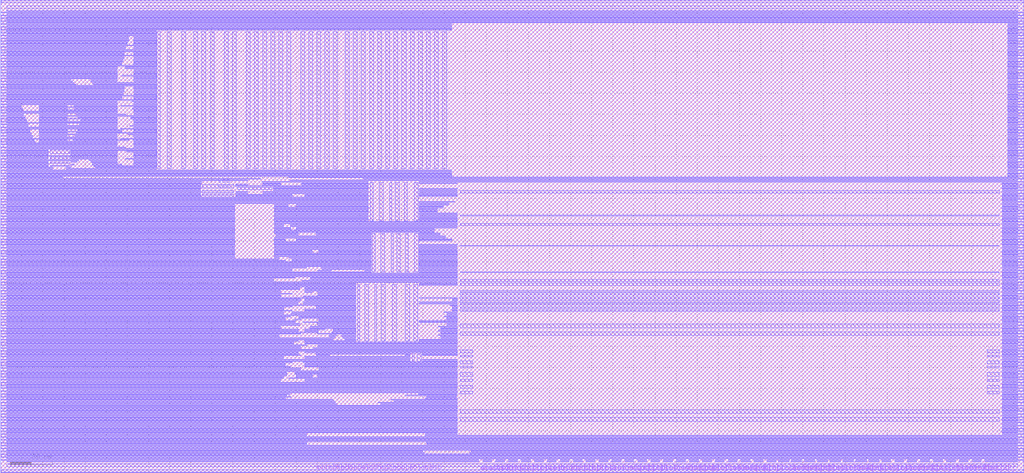
<source format=lef>
VERSION 5.8 ; 
BUSBITCHARS "[]" ; 
DIVIDERCHAR "/" ; 
MACRO sram22_128x40m4w20
    CLASS BLOCK  ;
    FOREIGN sram22_128x40m4w20   ;
    SIZE 484.760 BY 224.320 ;
    SYMMETRY X Y R90 ;
    PIN dout[0] 
        DIRECTION OUTPUT ; 
        ANTENNADIFFAREA 0.448000 LAYER met2 ;
        ANTENNAPARTIALMETALAREA 0.950300 LAYER met1 ;
        ANTENNAPARTIALMETALAREA 7.497800 LAYER met2 ;
        PORT 
            LAYER met1 ;
                RECT 227.550 0.000 227.690 0.140 ;
        END 
    END dout[0] 
    PIN dout[1] 
        DIRECTION OUTPUT ; 
        ANTENNADIFFAREA 0.448000 LAYER met2 ;
        ANTENNAPARTIALMETALAREA 0.950300 LAYER met1 ;
        ANTENNAPARTIALMETALAREA 7.497800 LAYER met2 ;
        PORT 
            LAYER met1 ;
                RECT 233.650 0.000 233.790 0.140 ;
        END 
    END dout[1] 
    PIN dout[2] 
        DIRECTION OUTPUT ; 
        ANTENNADIFFAREA 0.448000 LAYER met2 ;
        ANTENNAPARTIALMETALAREA 0.950300 LAYER met1 ;
        ANTENNAPARTIALMETALAREA 7.497800 LAYER met2 ;
        PORT 
            LAYER met1 ;
                RECT 239.750 0.000 239.890 0.140 ;
        END 
    END dout[2] 
    PIN dout[3] 
        DIRECTION OUTPUT ; 
        ANTENNADIFFAREA 0.448000 LAYER met2 ;
        ANTENNAPARTIALMETALAREA 0.950300 LAYER met1 ;
        ANTENNAPARTIALMETALAREA 7.497800 LAYER met2 ;
        PORT 
            LAYER met1 ;
                RECT 245.850 0.000 245.990 0.140 ;
        END 
    END dout[3] 
    PIN dout[4] 
        DIRECTION OUTPUT ; 
        ANTENNADIFFAREA 0.448000 LAYER met2 ;
        ANTENNAPARTIALMETALAREA 0.950300 LAYER met1 ;
        ANTENNAPARTIALMETALAREA 7.497800 LAYER met2 ;
        PORT 
            LAYER met1 ;
                RECT 251.950 0.000 252.090 0.140 ;
        END 
    END dout[4] 
    PIN dout[5] 
        DIRECTION OUTPUT ; 
        ANTENNADIFFAREA 0.448000 LAYER met2 ;
        ANTENNAPARTIALMETALAREA 0.950300 LAYER met1 ;
        ANTENNAPARTIALMETALAREA 7.497800 LAYER met2 ;
        PORT 
            LAYER met1 ;
                RECT 258.050 0.000 258.190 0.140 ;
        END 
    END dout[5] 
    PIN dout[6] 
        DIRECTION OUTPUT ; 
        ANTENNADIFFAREA 0.448000 LAYER met2 ;
        ANTENNAPARTIALMETALAREA 0.950300 LAYER met1 ;
        ANTENNAPARTIALMETALAREA 7.497800 LAYER met2 ;
        PORT 
            LAYER met1 ;
                RECT 264.150 0.000 264.290 0.140 ;
        END 
    END dout[6] 
    PIN dout[7] 
        DIRECTION OUTPUT ; 
        ANTENNADIFFAREA 0.448000 LAYER met2 ;
        ANTENNAPARTIALMETALAREA 0.950300 LAYER met1 ;
        ANTENNAPARTIALMETALAREA 7.497800 LAYER met2 ;
        PORT 
            LAYER met1 ;
                RECT 270.250 0.000 270.390 0.140 ;
        END 
    END dout[7] 
    PIN dout[8] 
        DIRECTION OUTPUT ; 
        ANTENNADIFFAREA 0.448000 LAYER met2 ;
        ANTENNAPARTIALMETALAREA 0.950300 LAYER met1 ;
        ANTENNAPARTIALMETALAREA 7.497800 LAYER met2 ;
        PORT 
            LAYER met1 ;
                RECT 276.350 0.000 276.490 0.140 ;
        END 
    END dout[8] 
    PIN dout[9] 
        DIRECTION OUTPUT ; 
        ANTENNADIFFAREA 0.448000 LAYER met2 ;
        ANTENNAPARTIALMETALAREA 0.950300 LAYER met1 ;
        ANTENNAPARTIALMETALAREA 7.497800 LAYER met2 ;
        PORT 
            LAYER met1 ;
                RECT 282.450 0.000 282.590 0.140 ;
        END 
    END dout[9] 
    PIN dout[10] 
        DIRECTION OUTPUT ; 
        ANTENNADIFFAREA 0.448000 LAYER met2 ;
        ANTENNAPARTIALMETALAREA 0.950300 LAYER met1 ;
        ANTENNAPARTIALMETALAREA 7.497800 LAYER met2 ;
        PORT 
            LAYER met1 ;
                RECT 288.550 0.000 288.690 0.140 ;
        END 
    END dout[10] 
    PIN dout[11] 
        DIRECTION OUTPUT ; 
        ANTENNADIFFAREA 0.448000 LAYER met2 ;
        ANTENNAPARTIALMETALAREA 0.950300 LAYER met1 ;
        ANTENNAPARTIALMETALAREA 7.497800 LAYER met2 ;
        PORT 
            LAYER met1 ;
                RECT 294.650 0.000 294.790 0.140 ;
        END 
    END dout[11] 
    PIN dout[12] 
        DIRECTION OUTPUT ; 
        ANTENNADIFFAREA 0.448000 LAYER met2 ;
        ANTENNAPARTIALMETALAREA 0.950300 LAYER met1 ;
        ANTENNAPARTIALMETALAREA 7.497800 LAYER met2 ;
        PORT 
            LAYER met1 ;
                RECT 300.750 0.000 300.890 0.140 ;
        END 
    END dout[12] 
    PIN dout[13] 
        DIRECTION OUTPUT ; 
        ANTENNADIFFAREA 0.448000 LAYER met2 ;
        ANTENNAPARTIALMETALAREA 0.950300 LAYER met1 ;
        ANTENNAPARTIALMETALAREA 7.497800 LAYER met2 ;
        PORT 
            LAYER met1 ;
                RECT 306.850 0.000 306.990 0.140 ;
        END 
    END dout[13] 
    PIN dout[14] 
        DIRECTION OUTPUT ; 
        ANTENNADIFFAREA 0.448000 LAYER met2 ;
        ANTENNAPARTIALMETALAREA 0.950300 LAYER met1 ;
        ANTENNAPARTIALMETALAREA 7.497800 LAYER met2 ;
        PORT 
            LAYER met1 ;
                RECT 312.950 0.000 313.090 0.140 ;
        END 
    END dout[14] 
    PIN dout[15] 
        DIRECTION OUTPUT ; 
        ANTENNADIFFAREA 0.448000 LAYER met2 ;
        ANTENNAPARTIALMETALAREA 0.950300 LAYER met1 ;
        ANTENNAPARTIALMETALAREA 7.497800 LAYER met2 ;
        PORT 
            LAYER met1 ;
                RECT 319.050 0.000 319.190 0.140 ;
        END 
    END dout[15] 
    PIN dout[16] 
        DIRECTION OUTPUT ; 
        ANTENNADIFFAREA 0.448000 LAYER met2 ;
        ANTENNAPARTIALMETALAREA 0.950300 LAYER met1 ;
        ANTENNAPARTIALMETALAREA 7.497800 LAYER met2 ;
        PORT 
            LAYER met1 ;
                RECT 325.150 0.000 325.290 0.140 ;
        END 
    END dout[16] 
    PIN dout[17] 
        DIRECTION OUTPUT ; 
        ANTENNADIFFAREA 0.448000 LAYER met2 ;
        ANTENNAPARTIALMETALAREA 0.950300 LAYER met1 ;
        ANTENNAPARTIALMETALAREA 7.497800 LAYER met2 ;
        PORT 
            LAYER met1 ;
                RECT 331.250 0.000 331.390 0.140 ;
        END 
    END dout[17] 
    PIN dout[18] 
        DIRECTION OUTPUT ; 
        ANTENNADIFFAREA 0.448000 LAYER met2 ;
        ANTENNAPARTIALMETALAREA 0.950300 LAYER met1 ;
        ANTENNAPARTIALMETALAREA 7.497800 LAYER met2 ;
        PORT 
            LAYER met1 ;
                RECT 337.350 0.000 337.490 0.140 ;
        END 
    END dout[18] 
    PIN dout[19] 
        DIRECTION OUTPUT ; 
        ANTENNADIFFAREA 0.448000 LAYER met2 ;
        ANTENNAPARTIALMETALAREA 0.950300 LAYER met1 ;
        ANTENNAPARTIALMETALAREA 7.497800 LAYER met2 ;
        PORT 
            LAYER met1 ;
                RECT 343.450 0.000 343.590 0.140 ;
        END 
    END dout[19] 
    PIN dout[20] 
        DIRECTION OUTPUT ; 
        ANTENNADIFFAREA 0.448000 LAYER met2 ;
        ANTENNAPARTIALMETALAREA 0.950300 LAYER met1 ;
        ANTENNAPARTIALMETALAREA 7.497800 LAYER met2 ;
        PORT 
            LAYER met1 ;
                RECT 349.550 0.000 349.690 0.140 ;
        END 
    END dout[20] 
    PIN dout[21] 
        DIRECTION OUTPUT ; 
        ANTENNADIFFAREA 0.448000 LAYER met2 ;
        ANTENNAPARTIALMETALAREA 0.950300 LAYER met1 ;
        ANTENNAPARTIALMETALAREA 7.497800 LAYER met2 ;
        PORT 
            LAYER met1 ;
                RECT 355.650 0.000 355.790 0.140 ;
        END 
    END dout[21] 
    PIN dout[22] 
        DIRECTION OUTPUT ; 
        ANTENNADIFFAREA 0.448000 LAYER met2 ;
        ANTENNAPARTIALMETALAREA 0.950300 LAYER met1 ;
        ANTENNAPARTIALMETALAREA 7.497800 LAYER met2 ;
        PORT 
            LAYER met1 ;
                RECT 361.750 0.000 361.890 0.140 ;
        END 
    END dout[22] 
    PIN dout[23] 
        DIRECTION OUTPUT ; 
        ANTENNADIFFAREA 0.448000 LAYER met2 ;
        ANTENNAPARTIALMETALAREA 0.950300 LAYER met1 ;
        ANTENNAPARTIALMETALAREA 7.497800 LAYER met2 ;
        PORT 
            LAYER met1 ;
                RECT 367.850 0.000 367.990 0.140 ;
        END 
    END dout[23] 
    PIN dout[24] 
        DIRECTION OUTPUT ; 
        ANTENNADIFFAREA 0.448000 LAYER met2 ;
        ANTENNAPARTIALMETALAREA 0.950300 LAYER met1 ;
        ANTENNAPARTIALMETALAREA 7.497800 LAYER met2 ;
        PORT 
            LAYER met1 ;
                RECT 373.950 0.000 374.090 0.140 ;
        END 
    END dout[24] 
    PIN dout[25] 
        DIRECTION OUTPUT ; 
        ANTENNADIFFAREA 0.448000 LAYER met2 ;
        ANTENNAPARTIALMETALAREA 0.950300 LAYER met1 ;
        ANTENNAPARTIALMETALAREA 7.497800 LAYER met2 ;
        PORT 
            LAYER met1 ;
                RECT 380.050 0.000 380.190 0.140 ;
        END 
    END dout[25] 
    PIN dout[26] 
        DIRECTION OUTPUT ; 
        ANTENNADIFFAREA 0.448000 LAYER met2 ;
        ANTENNAPARTIALMETALAREA 0.950300 LAYER met1 ;
        ANTENNAPARTIALMETALAREA 7.497800 LAYER met2 ;
        PORT 
            LAYER met1 ;
                RECT 386.150 0.000 386.290 0.140 ;
        END 
    END dout[26] 
    PIN dout[27] 
        DIRECTION OUTPUT ; 
        ANTENNADIFFAREA 0.448000 LAYER met2 ;
        ANTENNAPARTIALMETALAREA 0.950300 LAYER met1 ;
        ANTENNAPARTIALMETALAREA 7.497800 LAYER met2 ;
        PORT 
            LAYER met1 ;
                RECT 392.250 0.000 392.390 0.140 ;
        END 
    END dout[27] 
    PIN dout[28] 
        DIRECTION OUTPUT ; 
        ANTENNADIFFAREA 0.448000 LAYER met2 ;
        ANTENNAPARTIALMETALAREA 0.950300 LAYER met1 ;
        ANTENNAPARTIALMETALAREA 7.497800 LAYER met2 ;
        PORT 
            LAYER met1 ;
                RECT 398.350 0.000 398.490 0.140 ;
        END 
    END dout[28] 
    PIN dout[29] 
        DIRECTION OUTPUT ; 
        ANTENNADIFFAREA 0.448000 LAYER met2 ;
        ANTENNAPARTIALMETALAREA 0.950300 LAYER met1 ;
        ANTENNAPARTIALMETALAREA 7.497800 LAYER met2 ;
        PORT 
            LAYER met1 ;
                RECT 404.450 0.000 404.590 0.140 ;
        END 
    END dout[29] 
    PIN dout[30] 
        DIRECTION OUTPUT ; 
        ANTENNADIFFAREA 0.448000 LAYER met2 ;
        ANTENNAPARTIALMETALAREA 0.950300 LAYER met1 ;
        ANTENNAPARTIALMETALAREA 7.497800 LAYER met2 ;
        PORT 
            LAYER met1 ;
                RECT 410.550 0.000 410.690 0.140 ;
        END 
    END dout[30] 
    PIN dout[31] 
        DIRECTION OUTPUT ; 
        ANTENNADIFFAREA 0.448000 LAYER met2 ;
        ANTENNAPARTIALMETALAREA 0.950300 LAYER met1 ;
        ANTENNAPARTIALMETALAREA 7.497800 LAYER met2 ;
        PORT 
            LAYER met1 ;
                RECT 416.650 0.000 416.790 0.140 ;
        END 
    END dout[31] 
    PIN dout[32] 
        DIRECTION OUTPUT ; 
        ANTENNADIFFAREA 0.448000 LAYER met2 ;
        ANTENNAPARTIALMETALAREA 0.950300 LAYER met1 ;
        ANTENNAPARTIALMETALAREA 7.497800 LAYER met2 ;
        PORT 
            LAYER met1 ;
                RECT 422.750 0.000 422.890 0.140 ;
        END 
    END dout[32] 
    PIN dout[33] 
        DIRECTION OUTPUT ; 
        ANTENNADIFFAREA 0.448000 LAYER met2 ;
        ANTENNAPARTIALMETALAREA 0.950300 LAYER met1 ;
        ANTENNAPARTIALMETALAREA 7.497800 LAYER met2 ;
        PORT 
            LAYER met1 ;
                RECT 428.850 0.000 428.990 0.140 ;
        END 
    END dout[33] 
    PIN dout[34] 
        DIRECTION OUTPUT ; 
        ANTENNADIFFAREA 0.448000 LAYER met2 ;
        ANTENNAPARTIALMETALAREA 0.950300 LAYER met1 ;
        ANTENNAPARTIALMETALAREA 7.497800 LAYER met2 ;
        PORT 
            LAYER met1 ;
                RECT 434.950 0.000 435.090 0.140 ;
        END 
    END dout[34] 
    PIN dout[35] 
        DIRECTION OUTPUT ; 
        ANTENNADIFFAREA 0.448000 LAYER met2 ;
        ANTENNAPARTIALMETALAREA 0.950300 LAYER met1 ;
        ANTENNAPARTIALMETALAREA 7.497800 LAYER met2 ;
        PORT 
            LAYER met1 ;
                RECT 441.050 0.000 441.190 0.140 ;
        END 
    END dout[35] 
    PIN dout[36] 
        DIRECTION OUTPUT ; 
        ANTENNADIFFAREA 0.448000 LAYER met2 ;
        ANTENNAPARTIALMETALAREA 0.950300 LAYER met1 ;
        ANTENNAPARTIALMETALAREA 7.497800 LAYER met2 ;
        PORT 
            LAYER met1 ;
                RECT 447.150 0.000 447.290 0.140 ;
        END 
    END dout[36] 
    PIN dout[37] 
        DIRECTION OUTPUT ; 
        ANTENNADIFFAREA 0.448000 LAYER met2 ;
        ANTENNAPARTIALMETALAREA 0.950300 LAYER met1 ;
        ANTENNAPARTIALMETALAREA 7.497800 LAYER met2 ;
        PORT 
            LAYER met1 ;
                RECT 453.250 0.000 453.390 0.140 ;
        END 
    END dout[37] 
    PIN dout[38] 
        DIRECTION OUTPUT ; 
        ANTENNADIFFAREA 0.448000 LAYER met2 ;
        ANTENNAPARTIALMETALAREA 0.950300 LAYER met1 ;
        ANTENNAPARTIALMETALAREA 7.497800 LAYER met2 ;
        PORT 
            LAYER met1 ;
                RECT 459.350 0.000 459.490 0.140 ;
        END 
    END dout[38] 
    PIN dout[39] 
        DIRECTION OUTPUT ; 
        ANTENNADIFFAREA 0.448000 LAYER met2 ;
        ANTENNAPARTIALMETALAREA 0.950300 LAYER met1 ;
        ANTENNAPARTIALMETALAREA 7.497800 LAYER met2 ;
        PORT 
            LAYER met1 ;
                RECT 465.450 0.000 465.590 0.140 ;
        END 
    END dout[39] 
    PIN din[0] 
        DIRECTION INPUT ; 
        ANTENNAGATEAREA 0.126000 LAYER met2 ;
        ANTENNAPARTIALMETALAREA 4.939600 LAYER met1 ;
        ANTENNAPARTIALMETALAREA 7.219400 LAYER met2 ;
        PORT 
            LAYER met1 ;
                RECT 227.130 0.000 227.270 0.140 ;
        END 
    END din[0] 
    PIN din[1] 
        DIRECTION INPUT ; 
        ANTENNAGATEAREA 0.126000 LAYER met2 ;
        ANTENNAPARTIALMETALAREA 4.939600 LAYER met1 ;
        ANTENNAPARTIALMETALAREA 7.219400 LAYER met2 ;
        PORT 
            LAYER met1 ;
                RECT 233.230 0.000 233.370 0.140 ;
        END 
    END din[1] 
    PIN din[2] 
        DIRECTION INPUT ; 
        ANTENNAGATEAREA 0.126000 LAYER met2 ;
        ANTENNAPARTIALMETALAREA 4.939600 LAYER met1 ;
        ANTENNAPARTIALMETALAREA 7.219400 LAYER met2 ;
        PORT 
            LAYER met1 ;
                RECT 239.330 0.000 239.470 0.140 ;
        END 
    END din[2] 
    PIN din[3] 
        DIRECTION INPUT ; 
        ANTENNAGATEAREA 0.126000 LAYER met2 ;
        ANTENNAPARTIALMETALAREA 4.939600 LAYER met1 ;
        ANTENNAPARTIALMETALAREA 7.219400 LAYER met2 ;
        PORT 
            LAYER met1 ;
                RECT 245.430 0.000 245.570 0.140 ;
        END 
    END din[3] 
    PIN din[4] 
        DIRECTION INPUT ; 
        ANTENNAGATEAREA 0.126000 LAYER met2 ;
        ANTENNAPARTIALMETALAREA 4.939600 LAYER met1 ;
        ANTENNAPARTIALMETALAREA 7.219400 LAYER met2 ;
        PORT 
            LAYER met1 ;
                RECT 251.530 0.000 251.670 0.140 ;
        END 
    END din[4] 
    PIN din[5] 
        DIRECTION INPUT ; 
        ANTENNAGATEAREA 0.126000 LAYER met2 ;
        ANTENNAPARTIALMETALAREA 4.939600 LAYER met1 ;
        ANTENNAPARTIALMETALAREA 7.219400 LAYER met2 ;
        PORT 
            LAYER met1 ;
                RECT 257.630 0.000 257.770 0.140 ;
        END 
    END din[5] 
    PIN din[6] 
        DIRECTION INPUT ; 
        ANTENNAGATEAREA 0.126000 LAYER met2 ;
        ANTENNAPARTIALMETALAREA 4.939600 LAYER met1 ;
        ANTENNAPARTIALMETALAREA 7.219400 LAYER met2 ;
        PORT 
            LAYER met1 ;
                RECT 263.730 0.000 263.870 0.140 ;
        END 
    END din[6] 
    PIN din[7] 
        DIRECTION INPUT ; 
        ANTENNAGATEAREA 0.126000 LAYER met2 ;
        ANTENNAPARTIALMETALAREA 4.939600 LAYER met1 ;
        ANTENNAPARTIALMETALAREA 7.219400 LAYER met2 ;
        PORT 
            LAYER met1 ;
                RECT 269.830 0.000 269.970 0.140 ;
        END 
    END din[7] 
    PIN din[8] 
        DIRECTION INPUT ; 
        ANTENNAGATEAREA 0.126000 LAYER met2 ;
        ANTENNAPARTIALMETALAREA 4.939600 LAYER met1 ;
        ANTENNAPARTIALMETALAREA 7.219400 LAYER met2 ;
        PORT 
            LAYER met1 ;
                RECT 275.930 0.000 276.070 0.140 ;
        END 
    END din[8] 
    PIN din[9] 
        DIRECTION INPUT ; 
        ANTENNAGATEAREA 0.126000 LAYER met2 ;
        ANTENNAPARTIALMETALAREA 4.939600 LAYER met1 ;
        ANTENNAPARTIALMETALAREA 7.219400 LAYER met2 ;
        PORT 
            LAYER met1 ;
                RECT 282.030 0.000 282.170 0.140 ;
        END 
    END din[9] 
    PIN din[10] 
        DIRECTION INPUT ; 
        ANTENNAGATEAREA 0.126000 LAYER met2 ;
        ANTENNAPARTIALMETALAREA 4.939600 LAYER met1 ;
        ANTENNAPARTIALMETALAREA 7.219400 LAYER met2 ;
        PORT 
            LAYER met1 ;
                RECT 288.130 0.000 288.270 0.140 ;
        END 
    END din[10] 
    PIN din[11] 
        DIRECTION INPUT ; 
        ANTENNAGATEAREA 0.126000 LAYER met2 ;
        ANTENNAPARTIALMETALAREA 4.939600 LAYER met1 ;
        ANTENNAPARTIALMETALAREA 7.219400 LAYER met2 ;
        PORT 
            LAYER met1 ;
                RECT 294.230 0.000 294.370 0.140 ;
        END 
    END din[11] 
    PIN din[12] 
        DIRECTION INPUT ; 
        ANTENNAGATEAREA 0.126000 LAYER met2 ;
        ANTENNAPARTIALMETALAREA 4.939600 LAYER met1 ;
        ANTENNAPARTIALMETALAREA 7.219400 LAYER met2 ;
        PORT 
            LAYER met1 ;
                RECT 300.330 0.000 300.470 0.140 ;
        END 
    END din[12] 
    PIN din[13] 
        DIRECTION INPUT ; 
        ANTENNAGATEAREA 0.126000 LAYER met2 ;
        ANTENNAPARTIALMETALAREA 4.939600 LAYER met1 ;
        ANTENNAPARTIALMETALAREA 7.219400 LAYER met2 ;
        PORT 
            LAYER met1 ;
                RECT 306.430 0.000 306.570 0.140 ;
        END 
    END din[13] 
    PIN din[14] 
        DIRECTION INPUT ; 
        ANTENNAGATEAREA 0.126000 LAYER met2 ;
        ANTENNAPARTIALMETALAREA 4.939600 LAYER met1 ;
        ANTENNAPARTIALMETALAREA 7.219400 LAYER met2 ;
        PORT 
            LAYER met1 ;
                RECT 312.530 0.000 312.670 0.140 ;
        END 
    END din[14] 
    PIN din[15] 
        DIRECTION INPUT ; 
        ANTENNAGATEAREA 0.126000 LAYER met2 ;
        ANTENNAPARTIALMETALAREA 4.939600 LAYER met1 ;
        ANTENNAPARTIALMETALAREA 7.219400 LAYER met2 ;
        PORT 
            LAYER met1 ;
                RECT 318.630 0.000 318.770 0.140 ;
        END 
    END din[15] 
    PIN din[16] 
        DIRECTION INPUT ; 
        ANTENNAGATEAREA 0.126000 LAYER met2 ;
        ANTENNAPARTIALMETALAREA 4.939600 LAYER met1 ;
        ANTENNAPARTIALMETALAREA 7.219400 LAYER met2 ;
        PORT 
            LAYER met1 ;
                RECT 324.730 0.000 324.870 0.140 ;
        END 
    END din[16] 
    PIN din[17] 
        DIRECTION INPUT ; 
        ANTENNAGATEAREA 0.126000 LAYER met2 ;
        ANTENNAPARTIALMETALAREA 4.939600 LAYER met1 ;
        ANTENNAPARTIALMETALAREA 7.219400 LAYER met2 ;
        PORT 
            LAYER met1 ;
                RECT 330.830 0.000 330.970 0.140 ;
        END 
    END din[17] 
    PIN din[18] 
        DIRECTION INPUT ; 
        ANTENNAGATEAREA 0.126000 LAYER met2 ;
        ANTENNAPARTIALMETALAREA 4.939600 LAYER met1 ;
        ANTENNAPARTIALMETALAREA 7.219400 LAYER met2 ;
        PORT 
            LAYER met1 ;
                RECT 336.930 0.000 337.070 0.140 ;
        END 
    END din[18] 
    PIN din[19] 
        DIRECTION INPUT ; 
        ANTENNAGATEAREA 0.126000 LAYER met2 ;
        ANTENNAPARTIALMETALAREA 4.939600 LAYER met1 ;
        ANTENNAPARTIALMETALAREA 7.219400 LAYER met2 ;
        PORT 
            LAYER met1 ;
                RECT 343.030 0.000 343.170 0.140 ;
        END 
    END din[19] 
    PIN din[20] 
        DIRECTION INPUT ; 
        ANTENNAGATEAREA 0.126000 LAYER met2 ;
        ANTENNAPARTIALMETALAREA 4.939600 LAYER met1 ;
        ANTENNAPARTIALMETALAREA 7.219400 LAYER met2 ;
        PORT 
            LAYER met1 ;
                RECT 349.130 0.000 349.270 0.140 ;
        END 
    END din[20] 
    PIN din[21] 
        DIRECTION INPUT ; 
        ANTENNAGATEAREA 0.126000 LAYER met2 ;
        ANTENNAPARTIALMETALAREA 4.939600 LAYER met1 ;
        ANTENNAPARTIALMETALAREA 7.219400 LAYER met2 ;
        PORT 
            LAYER met1 ;
                RECT 355.230 0.000 355.370 0.140 ;
        END 
    END din[21] 
    PIN din[22] 
        DIRECTION INPUT ; 
        ANTENNAGATEAREA 0.126000 LAYER met2 ;
        ANTENNAPARTIALMETALAREA 4.939600 LAYER met1 ;
        ANTENNAPARTIALMETALAREA 7.219400 LAYER met2 ;
        PORT 
            LAYER met1 ;
                RECT 361.330 0.000 361.470 0.140 ;
        END 
    END din[22] 
    PIN din[23] 
        DIRECTION INPUT ; 
        ANTENNAGATEAREA 0.126000 LAYER met2 ;
        ANTENNAPARTIALMETALAREA 4.939600 LAYER met1 ;
        ANTENNAPARTIALMETALAREA 7.219400 LAYER met2 ;
        PORT 
            LAYER met1 ;
                RECT 367.430 0.000 367.570 0.140 ;
        END 
    END din[23] 
    PIN din[24] 
        DIRECTION INPUT ; 
        ANTENNAGATEAREA 0.126000 LAYER met2 ;
        ANTENNAPARTIALMETALAREA 4.939600 LAYER met1 ;
        ANTENNAPARTIALMETALAREA 7.219400 LAYER met2 ;
        PORT 
            LAYER met1 ;
                RECT 373.530 0.000 373.670 0.140 ;
        END 
    END din[24] 
    PIN din[25] 
        DIRECTION INPUT ; 
        ANTENNAGATEAREA 0.126000 LAYER met2 ;
        ANTENNAPARTIALMETALAREA 4.939600 LAYER met1 ;
        ANTENNAPARTIALMETALAREA 7.219400 LAYER met2 ;
        PORT 
            LAYER met1 ;
                RECT 379.630 0.000 379.770 0.140 ;
        END 
    END din[25] 
    PIN din[26] 
        DIRECTION INPUT ; 
        ANTENNAGATEAREA 0.126000 LAYER met2 ;
        ANTENNAPARTIALMETALAREA 4.939600 LAYER met1 ;
        ANTENNAPARTIALMETALAREA 7.219400 LAYER met2 ;
        PORT 
            LAYER met1 ;
                RECT 385.730 0.000 385.870 0.140 ;
        END 
    END din[26] 
    PIN din[27] 
        DIRECTION INPUT ; 
        ANTENNAGATEAREA 0.126000 LAYER met2 ;
        ANTENNAPARTIALMETALAREA 4.939600 LAYER met1 ;
        ANTENNAPARTIALMETALAREA 7.219400 LAYER met2 ;
        PORT 
            LAYER met1 ;
                RECT 391.830 0.000 391.970 0.140 ;
        END 
    END din[27] 
    PIN din[28] 
        DIRECTION INPUT ; 
        ANTENNAGATEAREA 0.126000 LAYER met2 ;
        ANTENNAPARTIALMETALAREA 4.939600 LAYER met1 ;
        ANTENNAPARTIALMETALAREA 7.219400 LAYER met2 ;
        PORT 
            LAYER met1 ;
                RECT 397.930 0.000 398.070 0.140 ;
        END 
    END din[28] 
    PIN din[29] 
        DIRECTION INPUT ; 
        ANTENNAGATEAREA 0.126000 LAYER met2 ;
        ANTENNAPARTIALMETALAREA 4.939600 LAYER met1 ;
        ANTENNAPARTIALMETALAREA 7.219400 LAYER met2 ;
        PORT 
            LAYER met1 ;
                RECT 404.030 0.000 404.170 0.140 ;
        END 
    END din[29] 
    PIN din[30] 
        DIRECTION INPUT ; 
        ANTENNAGATEAREA 0.126000 LAYER met2 ;
        ANTENNAPARTIALMETALAREA 4.939600 LAYER met1 ;
        ANTENNAPARTIALMETALAREA 7.219400 LAYER met2 ;
        PORT 
            LAYER met1 ;
                RECT 410.130 0.000 410.270 0.140 ;
        END 
    END din[30] 
    PIN din[31] 
        DIRECTION INPUT ; 
        ANTENNAGATEAREA 0.126000 LAYER met2 ;
        ANTENNAPARTIALMETALAREA 4.939600 LAYER met1 ;
        ANTENNAPARTIALMETALAREA 7.219400 LAYER met2 ;
        PORT 
            LAYER met1 ;
                RECT 416.230 0.000 416.370 0.140 ;
        END 
    END din[31] 
    PIN din[32] 
        DIRECTION INPUT ; 
        ANTENNAGATEAREA 0.126000 LAYER met2 ;
        ANTENNAPARTIALMETALAREA 4.939600 LAYER met1 ;
        ANTENNAPARTIALMETALAREA 7.219400 LAYER met2 ;
        PORT 
            LAYER met1 ;
                RECT 422.330 0.000 422.470 0.140 ;
        END 
    END din[32] 
    PIN din[33] 
        DIRECTION INPUT ; 
        ANTENNAGATEAREA 0.126000 LAYER met2 ;
        ANTENNAPARTIALMETALAREA 4.939600 LAYER met1 ;
        ANTENNAPARTIALMETALAREA 7.219400 LAYER met2 ;
        PORT 
            LAYER met1 ;
                RECT 428.430 0.000 428.570 0.140 ;
        END 
    END din[33] 
    PIN din[34] 
        DIRECTION INPUT ; 
        ANTENNAGATEAREA 0.126000 LAYER met2 ;
        ANTENNAPARTIALMETALAREA 4.939600 LAYER met1 ;
        ANTENNAPARTIALMETALAREA 7.219400 LAYER met2 ;
        PORT 
            LAYER met1 ;
                RECT 434.530 0.000 434.670 0.140 ;
        END 
    END din[34] 
    PIN din[35] 
        DIRECTION INPUT ; 
        ANTENNAGATEAREA 0.126000 LAYER met2 ;
        ANTENNAPARTIALMETALAREA 4.939600 LAYER met1 ;
        ANTENNAPARTIALMETALAREA 7.219400 LAYER met2 ;
        PORT 
            LAYER met1 ;
                RECT 440.630 0.000 440.770 0.140 ;
        END 
    END din[35] 
    PIN din[36] 
        DIRECTION INPUT ; 
        ANTENNAGATEAREA 0.126000 LAYER met2 ;
        ANTENNAPARTIALMETALAREA 4.939600 LAYER met1 ;
        ANTENNAPARTIALMETALAREA 7.219400 LAYER met2 ;
        PORT 
            LAYER met1 ;
                RECT 446.730 0.000 446.870 0.140 ;
        END 
    END din[36] 
    PIN din[37] 
        DIRECTION INPUT ; 
        ANTENNAGATEAREA 0.126000 LAYER met2 ;
        ANTENNAPARTIALMETALAREA 4.939600 LAYER met1 ;
        ANTENNAPARTIALMETALAREA 7.219400 LAYER met2 ;
        PORT 
            LAYER met1 ;
                RECT 452.830 0.000 452.970 0.140 ;
        END 
    END din[37] 
    PIN din[38] 
        DIRECTION INPUT ; 
        ANTENNAGATEAREA 0.126000 LAYER met2 ;
        ANTENNAPARTIALMETALAREA 4.939600 LAYER met1 ;
        ANTENNAPARTIALMETALAREA 7.219400 LAYER met2 ;
        PORT 
            LAYER met1 ;
                RECT 458.930 0.000 459.070 0.140 ;
        END 
    END din[38] 
    PIN din[39] 
        DIRECTION INPUT ; 
        ANTENNAGATEAREA 0.126000 LAYER met2 ;
        ANTENNAPARTIALMETALAREA 4.939600 LAYER met1 ;
        ANTENNAPARTIALMETALAREA 7.219400 LAYER met2 ;
        PORT 
            LAYER met1 ;
                RECT 465.030 0.000 465.170 0.140 ;
        END 
    END din[39] 
    PIN wmask[0] 
        DIRECTION INPUT ; 
        ANTENNAGATEAREA 0.126000 LAYER met2 ;
        ANTENNAPARTIALMETALAREA 2.750000 LAYER met1 ;
        ANTENNAPARTIALMETALAREA 0.278400 LAYER met2 ;
        PORT 
            LAYER met1 ;
                RECT 226.780 0.000 226.920 0.140 ;
        END 
    END wmask[0] 
    PIN wmask[1] 
        DIRECTION INPUT ; 
        ANTENNAGATEAREA 0.126000 LAYER met2 ;
        ANTENNAPARTIALMETALAREA 2.750000 LAYER met1 ;
        ANTENNAPARTIALMETALAREA 0.278400 LAYER met2 ;
        PORT 
            LAYER met1 ;
                RECT 348.780 0.000 348.920 0.140 ;
        END 
    END wmask[1] 
    PIN addr[0] 
        DIRECTION INPUT ; 
        ANTENNAGATEAREA 0.126000 LAYER met1 ;
        ANTENNAPARTIALMETALAREA 3.867900 LAYER met1 ;
        PORT 
            LAYER met1 ;
                RECT 185.440 0.000 185.760 0.320 ;
        END 
    END addr[0] 
    PIN addr[1] 
        DIRECTION INPUT ; 
        ANTENNAGATEAREA 0.126000 LAYER met1 ;
        ANTENNAPARTIALMETALAREA 3.867900 LAYER met1 ;
        PORT 
            LAYER met1 ;
                RECT 179.320 0.000 179.640 0.320 ;
        END 
    END addr[1] 
    PIN addr[2] 
        DIRECTION INPUT ; 
        ANTENNAGATEAREA 0.126000 LAYER met1 ;
        ANTENNAPARTIALMETALAREA 3.867900 LAYER met1 ;
        PORT 
            LAYER met1 ;
                RECT 173.200 0.000 173.520 0.320 ;
        END 
    END addr[2] 
    PIN addr[3] 
        DIRECTION INPUT ; 
        ANTENNAGATEAREA 0.126000 LAYER met1 ;
        ANTENNAPARTIALMETALAREA 3.867900 LAYER met1 ;
        PORT 
            LAYER met1 ;
                RECT 167.080 0.000 167.400 0.320 ;
        END 
    END addr[3] 
    PIN addr[4] 
        DIRECTION INPUT ; 
        ANTENNAGATEAREA 0.126000 LAYER met1 ;
        ANTENNAPARTIALMETALAREA 3.867900 LAYER met1 ;
        PORT 
            LAYER met1 ;
                RECT 160.960 0.000 161.280 0.320 ;
        END 
    END addr[4] 
    PIN addr[5] 
        DIRECTION INPUT ; 
        ANTENNAGATEAREA 0.126000 LAYER met1 ;
        ANTENNAPARTIALMETALAREA 3.867900 LAYER met1 ;
        PORT 
            LAYER met1 ;
                RECT 154.840 0.000 155.160 0.320 ;
        END 
    END addr[5] 
    PIN addr[6] 
        DIRECTION INPUT ; 
        ANTENNAGATEAREA 0.126000 LAYER met1 ;
        ANTENNAPARTIALMETALAREA 3.867900 LAYER met1 ;
        PORT 
            LAYER met1 ;
                RECT 148.720 0.000 149.040 0.320 ;
        END 
    END addr[6] 
    PIN we 
        DIRECTION INPUT ; 
        ANTENNAGATEAREA 0.126000 LAYER met1 ;
        ANTENNAPARTIALMETALAREA 3.867900 LAYER met1 ;
        PORT 
            LAYER met1 ;
                RECT 197.680 0.000 198.000 0.320 ;
        END 
    END we 
    PIN ce 
        DIRECTION INPUT ; 
        ANTENNAGATEAREA 0.126000 LAYER met1 ;
        ANTENNAPARTIALMETALAREA 3.867900 LAYER met1 ;
        PORT 
            LAYER met1 ;
                RECT 191.560 0.000 191.880 0.320 ;
        END 
    END ce 
    PIN clk 
        DIRECTION INPUT ; 
        ANTENNAGATEAREA 25.947000 LAYER met2 ;
        PORT 
            LAYER met1 ;
                RECT 200.400 0.000 200.720 0.320 ;
        END 
    END clk 
    PIN rstb 
        DIRECTION INPUT ; 
        ANTENNAGATEAREA 29.853000 LAYER met2 ;
        PORT 
            LAYER met1 ;
                RECT 201.080 0.000 201.400 0.320 ;
        END 
    END rstb 
    PIN vdd 
        DIRECTION INOUT ; 
        USE POWER ; 
        PORT 
            LAYER met2 ;
                RECT 0.160 5.920 226.560 6.240 ;
                RECT 228.280 5.920 232.680 6.240 ;
                RECT 234.400 5.920 238.800 6.240 ;
                RECT 240.520 5.920 244.920 6.240 ;
                RECT 246.640 5.920 251.040 6.240 ;
                RECT 252.760 5.920 257.160 6.240 ;
                RECT 258.880 5.920 263.280 6.240 ;
                RECT 265.000 5.920 269.400 6.240 ;
                RECT 271.120 5.920 275.520 6.240 ;
                RECT 277.240 5.920 281.640 6.240 ;
                RECT 283.360 5.920 287.760 6.240 ;
                RECT 289.480 5.920 293.880 6.240 ;
                RECT 295.600 5.920 300.000 6.240 ;
                RECT 301.720 5.920 306.120 6.240 ;
                RECT 307.840 5.920 312.240 6.240 ;
                RECT 313.960 5.920 318.360 6.240 ;
                RECT 320.080 5.920 324.480 6.240 ;
                RECT 326.200 5.920 330.600 6.240 ;
                RECT 332.320 5.920 336.720 6.240 ;
                RECT 338.440 5.920 342.840 6.240 ;
                RECT 344.560 5.920 348.960 6.240 ;
                RECT 350.680 5.920 355.080 6.240 ;
                RECT 356.800 5.920 361.200 6.240 ;
                RECT 362.920 5.920 367.320 6.240 ;
                RECT 368.360 5.920 373.440 6.240 ;
                RECT 374.480 5.920 379.560 6.240 ;
                RECT 380.600 5.920 385.680 6.240 ;
                RECT 386.720 5.920 391.800 6.240 ;
                RECT 392.840 5.920 397.920 6.240 ;
                RECT 398.960 5.920 404.040 6.240 ;
                RECT 405.080 5.920 410.160 6.240 ;
                RECT 411.200 5.920 416.280 6.240 ;
                RECT 417.320 5.920 421.720 6.240 ;
                RECT 423.440 5.920 427.840 6.240 ;
                RECT 429.560 5.920 433.960 6.240 ;
                RECT 435.680 5.920 440.080 6.240 ;
                RECT 441.800 5.920 446.200 6.240 ;
                RECT 447.920 5.920 452.320 6.240 ;
                RECT 454.040 5.920 458.440 6.240 ;
                RECT 460.160 5.920 464.560 6.240 ;
                RECT 466.280 5.920 484.600 6.240 ;
                RECT 0.160 7.280 484.600 7.600 ;
                RECT 0.160 8.640 484.600 8.960 ;
                RECT 0.160 10.000 200.040 10.320 ;
                RECT 222.840 10.000 484.600 10.320 ;
                RECT 0.160 11.360 484.600 11.680 ;
                RECT 0.160 12.720 484.600 13.040 ;
                RECT 0.160 14.080 144.960 14.400 ;
                RECT 201.760 14.080 484.600 14.400 ;
                RECT 0.160 15.440 484.600 15.760 ;
                RECT 0.160 16.800 484.600 17.120 ;
                RECT 0.160 18.160 144.960 18.480 ;
                RECT 201.080 18.160 216.360 18.480 ;
                RECT 474.440 18.160 484.600 18.480 ;
                RECT 0.160 19.520 216.360 19.840 ;
                RECT 474.440 19.520 484.600 19.840 ;
                RECT 0.160 20.880 216.360 21.200 ;
                RECT 474.440 20.880 484.600 21.200 ;
                RECT 0.160 22.240 216.360 22.560 ;
                RECT 474.440 22.240 484.600 22.560 ;
                RECT 0.160 23.600 216.360 23.920 ;
                RECT 474.440 23.600 484.600 23.920 ;
                RECT 0.160 24.960 216.360 25.280 ;
                RECT 474.440 24.960 484.600 25.280 ;
                RECT 0.160 26.320 216.360 26.640 ;
                RECT 474.440 26.320 484.600 26.640 ;
                RECT 0.160 27.680 216.360 28.000 ;
                RECT 474.440 27.680 484.600 28.000 ;
                RECT 0.160 29.040 216.360 29.360 ;
                RECT 474.440 29.040 484.600 29.360 ;
                RECT 0.160 30.400 216.360 30.720 ;
                RECT 474.440 30.400 484.600 30.720 ;
                RECT 0.160 31.760 216.360 32.080 ;
                RECT 474.440 31.760 484.600 32.080 ;
                RECT 0.160 33.120 158.560 33.440 ;
                RECT 178.640 33.120 216.360 33.440 ;
                RECT 474.440 33.120 484.600 33.440 ;
                RECT 0.160 34.480 157.200 34.800 ;
                RECT 184.760 34.480 216.360 34.800 ;
                RECT 474.440 34.480 484.600 34.800 ;
                RECT 0.160 35.840 137.480 36.160 ;
                RECT 201.760 35.840 215.680 36.160 ;
                RECT 474.440 35.840 484.600 36.160 ;
                RECT 0.160 37.200 136.800 37.520 ;
                RECT 197.680 37.200 216.360 37.520 ;
                RECT 474.440 37.200 484.600 37.520 ;
                RECT 0.160 38.560 216.360 38.880 ;
                RECT 474.440 38.560 484.600 38.880 ;
                RECT 0.160 39.920 216.360 40.240 ;
                RECT 474.440 39.920 484.600 40.240 ;
                RECT 0.160 41.280 216.360 41.600 ;
                RECT 474.440 41.280 484.600 41.600 ;
                RECT 0.160 42.640 216.360 42.960 ;
                RECT 474.440 42.640 484.600 42.960 ;
                RECT 0.160 44.000 132.720 44.320 ;
                RECT 143.960 44.000 216.360 44.320 ;
                RECT 474.440 44.000 484.600 44.320 ;
                RECT 0.160 45.360 134.080 45.680 ;
                RECT 139.880 45.360 147.680 45.680 ;
                RECT 150.080 45.360 216.360 45.680 ;
                RECT 474.440 45.360 484.600 45.680 ;
                RECT 0.160 46.720 135.440 47.040 ;
                RECT 139.200 46.720 216.360 47.040 ;
                RECT 474.440 46.720 484.600 47.040 ;
                RECT 0.160 48.080 216.360 48.400 ;
                RECT 474.440 48.080 484.600 48.400 ;
                RECT 0.160 49.440 142.240 49.760 ;
                RECT 150.760 49.440 216.360 49.760 ;
                RECT 474.440 49.440 484.600 49.760 ;
                RECT 0.160 50.800 134.760 51.120 ;
                RECT 143.960 50.800 216.360 51.120 ;
                RECT 474.440 50.800 484.600 51.120 ;
                RECT 0.160 52.160 138.160 52.480 ;
                RECT 143.280 52.160 216.360 52.480 ;
                RECT 474.440 52.160 484.600 52.480 ;
                RECT 0.160 53.520 193.920 53.840 ;
                RECT 199.720 53.520 216.360 53.840 ;
                RECT 474.440 53.520 484.600 53.840 ;
                RECT 0.160 54.880 134.080 55.200 ;
                RECT 143.960 54.880 193.920 55.200 ;
                RECT 474.440 54.880 484.600 55.200 ;
                RECT 0.160 56.240 140.880 56.560 ;
                RECT 149.400 56.240 193.920 56.560 ;
                RECT 199.720 56.240 216.360 56.560 ;
                RECT 474.440 56.240 484.600 56.560 ;
                RECT 0.160 57.600 216.360 57.920 ;
                RECT 474.440 57.600 484.600 57.920 ;
                RECT 0.160 58.960 142.240 59.280 ;
                RECT 148.040 58.960 216.360 59.280 ;
                RECT 474.440 58.960 484.600 59.280 ;
                RECT 0.160 60.320 144.960 60.640 ;
                RECT 150.080 60.320 216.360 60.640 ;
                RECT 474.440 60.320 484.600 60.640 ;
                RECT 0.160 61.680 138.840 62.000 ;
                RECT 143.960 61.680 216.360 62.000 ;
                RECT 474.440 61.680 484.600 62.000 ;
                RECT 0.160 63.040 157.200 63.360 ;
                RECT 163.000 63.040 168.080 63.360 ;
                RECT 198.360 63.040 216.360 63.360 ;
                RECT 474.440 63.040 484.600 63.360 ;
                RECT 0.160 64.400 132.040 64.720 ;
                RECT 155.520 64.400 158.560 64.720 ;
                RECT 161.640 64.400 168.080 64.720 ;
                RECT 208.560 64.400 216.360 64.720 ;
                RECT 474.440 64.400 484.600 64.720 ;
                RECT 0.160 65.760 142.240 66.080 ;
                RECT 150.080 65.760 168.080 66.080 ;
                RECT 208.560 65.760 216.360 66.080 ;
                RECT 474.440 65.760 484.600 66.080 ;
                RECT 0.160 67.120 140.880 67.440 ;
                RECT 143.960 67.120 150.400 67.440 ;
                RECT 157.560 67.120 168.080 67.440 ;
                RECT 207.200 67.120 216.360 67.440 ;
                RECT 474.440 67.120 484.600 67.440 ;
                RECT 0.160 68.480 132.720 68.800 ;
                RECT 146.680 68.480 168.080 68.800 ;
                RECT 208.560 68.480 216.360 68.800 ;
                RECT 474.440 68.480 484.600 68.800 ;
                RECT 0.160 69.840 141.560 70.160 ;
                RECT 150.080 69.840 168.080 70.160 ;
                RECT 211.280 69.840 216.360 70.160 ;
                RECT 474.440 69.840 484.600 70.160 ;
                RECT 0.160 71.200 139.520 71.520 ;
                RECT 143.280 71.200 168.080 71.520 ;
                RECT 198.360 71.200 216.360 71.520 ;
                RECT 474.440 71.200 484.600 71.520 ;
                RECT 0.160 72.560 134.760 72.880 ;
                RECT 139.200 72.560 142.240 72.880 ;
                RECT 150.760 72.560 168.080 72.880 ;
                RECT 211.280 72.560 216.360 72.880 ;
                RECT 474.440 72.560 484.600 72.880 ;
                RECT 0.160 73.920 137.480 74.240 ;
                RECT 141.240 73.920 168.080 74.240 ;
                RECT 209.920 73.920 216.360 74.240 ;
                RECT 474.440 73.920 484.600 74.240 ;
                RECT 0.160 75.280 134.080 75.600 ;
                RECT 137.840 75.280 168.080 75.600 ;
                RECT 211.280 75.280 216.360 75.600 ;
                RECT 474.440 75.280 484.600 75.600 ;
                RECT 0.160 76.640 138.160 76.960 ;
                RECT 143.960 76.640 168.080 76.960 ;
                RECT 214.000 76.640 216.360 76.960 ;
                RECT 474.440 76.640 484.600 76.960 ;
                RECT 0.160 78.000 134.080 78.320 ;
                RECT 149.400 78.000 168.080 78.320 ;
                RECT 214.000 78.000 216.360 78.320 ;
                RECT 474.440 78.000 484.600 78.320 ;
                RECT 0.160 79.360 168.080 79.680 ;
                RECT 212.640 79.360 216.360 79.680 ;
                RECT 474.440 79.360 484.600 79.680 ;
                RECT 0.160 80.720 140.880 81.040 ;
                RECT 143.280 80.720 168.080 81.040 ;
                RECT 198.360 80.720 216.360 81.040 ;
                RECT 474.440 80.720 484.600 81.040 ;
                RECT 0.160 82.080 142.240 82.400 ;
                RECT 143.960 82.080 168.080 82.400 ;
                RECT 214.000 82.080 216.360 82.400 ;
                RECT 474.440 82.080 484.600 82.400 ;
                RECT 0.160 83.440 132.720 83.760 ;
                RECT 143.280 83.440 168.080 83.760 ;
                RECT 474.440 83.440 484.600 83.760 ;
                RECT 0.160 84.800 138.160 85.120 ;
                RECT 150.080 84.800 168.080 85.120 ;
                RECT 474.440 84.800 484.600 85.120 ;
                RECT 0.160 86.160 132.720 86.480 ;
                RECT 143.960 86.160 168.080 86.480 ;
                RECT 474.440 86.160 484.600 86.480 ;
                RECT 0.160 87.520 141.560 87.840 ;
                RECT 143.960 87.520 168.080 87.840 ;
                RECT 474.440 87.520 484.600 87.840 ;
                RECT 0.160 88.880 168.080 89.200 ;
                RECT 198.360 88.880 216.360 89.200 ;
                RECT 474.440 88.880 484.600 89.200 ;
                RECT 0.160 90.240 216.360 90.560 ;
                RECT 474.440 90.240 484.600 90.560 ;
                RECT 0.160 91.600 129.320 91.920 ;
                RECT 146.680 91.600 216.360 91.920 ;
                RECT 474.440 91.600 484.600 91.920 ;
                RECT 0.160 92.960 216.360 93.280 ;
                RECT 474.440 92.960 484.600 93.280 ;
                RECT 0.160 94.320 216.360 94.640 ;
                RECT 474.440 94.320 484.600 94.640 ;
                RECT 0.160 95.680 138.160 96.000 ;
                RECT 150.080 95.680 156.520 96.000 ;
                RECT 172.520 95.680 175.560 96.000 ;
                RECT 198.360 95.680 216.360 96.000 ;
                RECT 474.440 95.680 484.600 96.000 ;
                RECT 0.160 97.040 144.960 97.360 ;
                RECT 152.120 97.040 175.560 97.360 ;
                RECT 198.360 97.040 216.360 97.360 ;
                RECT 474.440 97.040 484.600 97.360 ;
                RECT 0.160 98.400 175.560 98.720 ;
                RECT 198.360 98.400 216.360 98.720 ;
                RECT 474.440 98.400 484.600 98.720 ;
                RECT 0.160 99.760 175.560 100.080 ;
                RECT 198.360 99.760 216.360 100.080 ;
                RECT 474.440 99.760 484.600 100.080 ;
                RECT 0.160 101.120 132.040 101.440 ;
                RECT 137.840 101.120 175.560 101.440 ;
                RECT 198.360 101.120 216.360 101.440 ;
                RECT 474.440 101.120 484.600 101.440 ;
                RECT 0.160 102.480 110.960 102.800 ;
                RECT 129.680 102.480 175.560 102.800 ;
                RECT 198.360 102.480 216.360 102.800 ;
                RECT 474.440 102.480 484.600 102.800 ;
                RECT 0.160 103.840 110.960 104.160 ;
                RECT 129.680 103.840 175.560 104.160 ;
                RECT 198.360 103.840 216.360 104.160 ;
                RECT 474.440 103.840 484.600 104.160 ;
                RECT 0.160 105.200 110.960 105.520 ;
                RECT 129.680 105.200 147.680 105.520 ;
                RECT 150.760 105.200 175.560 105.520 ;
                RECT 198.360 105.200 216.360 105.520 ;
                RECT 474.440 105.200 484.600 105.520 ;
                RECT 0.160 106.560 110.960 106.880 ;
                RECT 129.680 106.560 175.560 106.880 ;
                RECT 198.360 106.560 216.360 106.880 ;
                RECT 474.440 106.560 484.600 106.880 ;
                RECT 0.160 107.920 110.960 108.240 ;
                RECT 129.680 107.920 175.560 108.240 ;
                RECT 198.360 107.920 216.360 108.240 ;
                RECT 474.440 107.920 484.600 108.240 ;
                RECT 0.160 109.280 110.960 109.600 ;
                RECT 129.680 109.280 175.560 109.600 ;
                RECT 474.440 109.280 484.600 109.600 ;
                RECT 0.160 110.640 110.960 110.960 ;
                RECT 129.680 110.640 134.760 110.960 ;
                RECT 139.880 110.640 175.560 110.960 ;
                RECT 198.360 110.640 213.640 110.960 ;
                RECT 474.440 110.640 484.600 110.960 ;
                RECT 0.160 112.000 110.960 112.320 ;
                RECT 130.360 112.000 175.560 112.320 ;
                RECT 198.360 112.000 210.920 112.320 ;
                RECT 474.440 112.000 484.600 112.320 ;
                RECT 0.160 113.360 110.960 113.680 ;
                RECT 129.680 113.360 140.880 113.680 ;
                RECT 149.400 113.360 175.560 113.680 ;
                RECT 198.360 113.360 208.200 113.680 ;
                RECT 474.440 113.360 484.600 113.680 ;
                RECT 0.160 114.720 110.960 115.040 ;
                RECT 129.680 114.720 205.480 115.040 ;
                RECT 474.440 114.720 484.600 115.040 ;
                RECT 0.160 116.080 110.960 116.400 ;
                RECT 129.680 116.080 137.480 116.400 ;
                RECT 139.880 116.080 216.360 116.400 ;
                RECT 474.440 116.080 484.600 116.400 ;
                RECT 0.160 117.440 110.960 117.760 ;
                RECT 129.680 117.440 134.080 117.760 ;
                RECT 137.160 117.440 216.360 117.760 ;
                RECT 474.440 117.440 484.600 117.760 ;
                RECT 0.160 118.800 110.960 119.120 ;
                RECT 129.680 118.800 216.360 119.120 ;
                RECT 474.440 118.800 484.600 119.120 ;
                RECT 0.160 120.160 110.960 120.480 ;
                RECT 129.680 120.160 174.200 120.480 ;
                RECT 198.360 120.160 216.360 120.480 ;
                RECT 474.440 120.160 484.600 120.480 ;
                RECT 0.160 121.520 110.960 121.840 ;
                RECT 129.680 121.520 174.200 121.840 ;
                RECT 198.360 121.520 216.360 121.840 ;
                RECT 474.440 121.520 484.600 121.840 ;
                RECT 0.160 122.880 110.960 123.200 ;
                RECT 129.680 122.880 174.200 123.200 ;
                RECT 198.360 122.880 216.360 123.200 ;
                RECT 474.440 122.880 484.600 123.200 ;
                RECT 0.160 124.240 110.960 124.560 ;
                RECT 129.680 124.240 174.200 124.560 ;
                RECT 198.360 124.240 206.840 124.560 ;
                RECT 474.440 124.240 484.600 124.560 ;
                RECT 0.160 125.600 110.960 125.920 ;
                RECT 129.680 125.600 174.200 125.920 ;
                RECT 198.360 125.600 209.560 125.920 ;
                RECT 474.440 125.600 484.600 125.920 ;
                RECT 0.160 126.960 110.960 127.280 ;
                RECT 129.680 126.960 136.120 127.280 ;
                RECT 139.880 126.960 174.200 127.280 ;
                RECT 198.360 126.960 212.280 127.280 ;
                RECT 474.440 126.960 484.600 127.280 ;
                RECT 0.160 128.320 174.200 128.640 ;
                RECT 198.360 128.320 215.000 128.640 ;
                RECT 474.440 128.320 484.600 128.640 ;
                RECT 0.160 129.680 174.200 130.000 ;
                RECT 474.440 129.680 484.600 130.000 ;
                RECT 0.160 131.040 94.640 131.360 ;
                RECT 111.320 131.040 138.160 131.360 ;
                RECT 143.960 131.040 174.200 131.360 ;
                RECT 198.360 131.040 216.360 131.360 ;
                RECT 474.440 131.040 484.600 131.360 ;
                RECT 0.160 132.400 94.640 132.720 ;
                RECT 111.320 132.400 117.080 132.720 ;
                RECT 124.240 132.400 174.200 132.720 ;
                RECT 198.360 132.400 216.360 132.720 ;
                RECT 474.440 132.400 484.600 132.720 ;
                RECT 0.160 133.760 94.640 134.080 ;
                RECT 129.000 133.760 174.200 134.080 ;
                RECT 198.360 133.760 216.360 134.080 ;
                RECT 474.440 133.760 484.600 134.080 ;
                RECT 0.160 135.120 94.640 135.440 ;
                RECT 129.000 135.120 174.200 135.440 ;
                RECT 474.440 135.120 484.600 135.440 ;
                RECT 0.160 136.480 94.640 136.800 ;
                RECT 111.320 136.480 117.080 136.800 ;
                RECT 124.240 136.480 132.720 136.800 ;
                RECT 142.600 136.480 174.200 136.800 ;
                RECT 474.440 136.480 484.600 136.800 ;
                RECT 0.160 137.840 95.320 138.160 ;
                RECT 123.560 137.840 174.200 138.160 ;
                RECT 198.360 137.840 484.600 138.160 ;
                RECT 0.160 139.200 123.200 139.520 ;
                RECT 171.840 139.200 484.600 139.520 ;
                RECT 0.160 140.560 213.640 140.880 ;
                RECT 477.160 140.560 484.600 140.880 ;
                RECT 0.160 141.920 213.640 142.240 ;
                RECT 477.160 141.920 484.600 142.240 ;
                RECT 0.160 143.280 213.640 143.600 ;
                RECT 477.160 143.280 484.600 143.600 ;
                RECT 0.160 144.640 24.600 144.960 ;
                RECT 31.080 144.640 33.440 144.960 ;
                RECT 44.680 144.640 73.560 144.960 ;
                RECT 477.160 144.640 484.600 144.960 ;
                RECT 0.160 146.000 22.560 146.320 ;
                RECT 33.120 146.000 34.800 146.320 ;
                RECT 43.320 146.000 57.240 146.320 ;
                RECT 63.040 146.000 73.560 146.320 ;
                RECT 477.160 146.000 484.600 146.320 ;
                RECT 0.160 147.360 22.560 147.680 ;
                RECT 33.120 147.360 36.160 147.680 ;
                RECT 42.640 147.360 55.200 147.680 ;
                RECT 63.040 147.360 73.560 147.680 ;
                RECT 477.160 147.360 484.600 147.680 ;
                RECT 0.160 148.720 22.560 149.040 ;
                RECT 33.120 148.720 55.200 149.040 ;
                RECT 58.960 148.720 73.560 149.040 ;
                RECT 477.160 148.720 484.600 149.040 ;
                RECT 0.160 150.080 55.200 150.400 ;
                RECT 63.040 150.080 73.560 150.400 ;
                RECT 477.160 150.080 484.600 150.400 ;
                RECT 0.160 151.440 22.560 151.760 ;
                RECT 33.120 151.440 55.200 151.760 ;
                RECT 63.040 151.440 73.560 151.760 ;
                RECT 477.160 151.440 484.600 151.760 ;
                RECT 0.160 152.800 22.560 153.120 ;
                RECT 33.120 152.800 73.560 153.120 ;
                RECT 477.160 152.800 484.600 153.120 ;
                RECT 0.160 154.160 59.280 154.480 ;
                RECT 63.040 154.160 73.560 154.480 ;
                RECT 477.160 154.160 484.600 154.480 ;
                RECT 0.160 155.520 55.200 155.840 ;
                RECT 63.040 155.520 73.560 155.840 ;
                RECT 477.160 155.520 484.600 155.840 ;
                RECT 0.160 156.880 15.760 157.200 ;
                RECT 18.160 156.880 55.200 157.200 ;
                RECT 63.040 156.880 73.560 157.200 ;
                RECT 477.160 156.880 484.600 157.200 ;
                RECT 0.160 158.240 55.200 158.560 ;
                RECT 56.920 158.240 73.560 158.560 ;
                RECT 477.160 158.240 484.600 158.560 ;
                RECT 0.160 159.600 15.080 159.920 ;
                RECT 18.160 159.600 31.400 159.920 ;
                RECT 35.160 159.600 55.200 159.920 ;
                RECT 63.040 159.600 73.560 159.920 ;
                RECT 477.160 159.600 484.600 159.920 ;
                RECT 0.160 160.960 14.400 161.280 ;
                RECT 18.160 160.960 31.400 161.280 ;
                RECT 35.840 160.960 73.560 161.280 ;
                RECT 477.160 160.960 484.600 161.280 ;
                RECT 0.160 162.320 13.720 162.640 ;
                RECT 18.160 162.320 31.400 162.640 ;
                RECT 36.520 162.320 57.240 162.640 ;
                RECT 63.040 162.320 73.560 162.640 ;
                RECT 477.160 162.320 484.600 162.640 ;
                RECT 0.160 163.680 55.200 164.000 ;
                RECT 63.040 163.680 73.560 164.000 ;
                RECT 477.160 163.680 484.600 164.000 ;
                RECT 0.160 165.040 13.040 165.360 ;
                RECT 18.160 165.040 31.400 165.360 ;
                RECT 37.200 165.040 55.200 165.360 ;
                RECT 63.040 165.040 73.560 165.360 ;
                RECT 477.160 165.040 484.600 165.360 ;
                RECT 0.160 166.400 12.360 166.720 ;
                RECT 18.160 166.400 55.200 166.720 ;
                RECT 63.040 166.400 73.560 166.720 ;
                RECT 477.160 166.400 484.600 166.720 ;
                RECT 0.160 167.760 11.680 168.080 ;
                RECT 18.160 167.760 55.200 168.080 ;
                RECT 61.680 167.760 73.560 168.080 ;
                RECT 477.160 167.760 484.600 168.080 ;
                RECT 0.160 169.120 11.000 169.440 ;
                RECT 18.160 169.120 73.560 169.440 ;
                RECT 477.160 169.120 484.600 169.440 ;
                RECT 0.160 170.480 55.200 170.800 ;
                RECT 63.040 170.480 73.560 170.800 ;
                RECT 477.160 170.480 484.600 170.800 ;
                RECT 0.160 171.840 10.320 172.160 ;
                RECT 18.160 171.840 55.200 172.160 ;
                RECT 63.040 171.840 73.560 172.160 ;
                RECT 477.160 171.840 484.600 172.160 ;
                RECT 0.160 173.200 9.640 173.520 ;
                RECT 18.160 173.200 55.200 173.520 ;
                RECT 63.040 173.200 73.560 173.520 ;
                RECT 477.160 173.200 484.600 173.520 ;
                RECT 0.160 174.560 55.200 174.880 ;
                RECT 63.040 174.560 73.560 174.880 ;
                RECT 477.160 174.560 484.600 174.880 ;
                RECT 0.160 175.920 55.200 176.240 ;
                RECT 62.360 175.920 73.560 176.240 ;
                RECT 477.160 175.920 484.600 176.240 ;
                RECT 0.160 177.280 57.240 177.600 ;
                RECT 63.040 177.280 73.560 177.600 ;
                RECT 477.160 177.280 484.600 177.600 ;
                RECT 0.160 178.640 73.560 178.960 ;
                RECT 477.160 178.640 484.600 178.960 ;
                RECT 0.160 180.000 57.920 180.320 ;
                RECT 63.040 180.000 73.560 180.320 ;
                RECT 477.160 180.000 484.600 180.320 ;
                RECT 0.160 181.360 58.600 181.680 ;
                RECT 63.040 181.360 73.560 181.680 ;
                RECT 477.160 181.360 484.600 181.680 ;
                RECT 0.160 182.720 58.600 183.040 ;
                RECT 63.040 182.720 73.560 183.040 ;
                RECT 477.160 182.720 484.600 183.040 ;
                RECT 0.160 184.080 35.480 184.400 ;
                RECT 44.000 184.080 73.560 184.400 ;
                RECT 477.160 184.080 484.600 184.400 ;
                RECT 0.160 185.440 34.120 185.760 ;
                RECT 42.640 185.440 55.200 185.760 ;
                RECT 63.040 185.440 73.560 185.760 ;
                RECT 477.160 185.440 484.600 185.760 ;
                RECT 0.160 186.800 55.200 187.120 ;
                RECT 63.040 186.800 73.560 187.120 ;
                RECT 477.160 186.800 484.600 187.120 ;
                RECT 0.160 188.160 55.200 188.480 ;
                RECT 57.600 188.160 73.560 188.480 ;
                RECT 477.160 188.160 484.600 188.480 ;
                RECT 0.160 189.520 55.200 189.840 ;
                RECT 63.040 189.520 73.560 189.840 ;
                RECT 477.160 189.520 484.600 189.840 ;
                RECT 0.160 190.880 55.200 191.200 ;
                RECT 63.040 190.880 73.560 191.200 ;
                RECT 477.160 190.880 484.600 191.200 ;
                RECT 0.160 192.240 55.200 192.560 ;
                RECT 58.960 192.240 73.560 192.560 ;
                RECT 477.160 192.240 484.600 192.560 ;
                RECT 0.160 193.600 57.240 193.920 ;
                RECT 63.040 193.600 73.560 193.920 ;
                RECT 477.160 193.600 484.600 193.920 ;
                RECT 0.160 194.960 57.920 195.280 ;
                RECT 63.040 194.960 73.560 195.280 ;
                RECT 477.160 194.960 484.600 195.280 ;
                RECT 0.160 196.320 58.600 196.640 ;
                RECT 63.040 196.320 73.560 196.640 ;
                RECT 477.160 196.320 484.600 196.640 ;
                RECT 0.160 197.680 73.560 198.000 ;
                RECT 477.160 197.680 484.600 198.000 ;
                RECT 0.160 199.040 58.600 199.360 ;
                RECT 63.040 199.040 73.560 199.360 ;
                RECT 477.160 199.040 484.600 199.360 ;
                RECT 0.160 200.400 73.560 200.720 ;
                RECT 477.160 200.400 484.600 200.720 ;
                RECT 0.160 201.760 59.280 202.080 ;
                RECT 63.040 201.760 73.560 202.080 ;
                RECT 477.160 201.760 484.600 202.080 ;
                RECT 0.160 203.120 59.960 203.440 ;
                RECT 63.040 203.120 73.560 203.440 ;
                RECT 477.160 203.120 484.600 203.440 ;
                RECT 0.160 204.480 60.640 204.800 ;
                RECT 63.040 204.480 73.560 204.800 ;
                RECT 477.160 204.480 484.600 204.800 ;
                RECT 0.160 205.840 60.640 206.160 ;
                RECT 63.040 205.840 73.560 206.160 ;
                RECT 477.160 205.840 484.600 206.160 ;
                RECT 0.160 207.200 73.560 207.520 ;
                RECT 477.160 207.200 484.600 207.520 ;
                RECT 0.160 208.560 73.560 208.880 ;
                RECT 477.160 208.560 484.600 208.880 ;
                RECT 0.160 209.920 213.640 210.240 ;
                RECT 477.160 209.920 484.600 210.240 ;
                RECT 0.160 211.280 213.640 211.600 ;
                RECT 477.160 211.280 484.600 211.600 ;
                RECT 0.160 212.640 213.640 212.960 ;
                RECT 477.160 212.640 484.600 212.960 ;
                RECT 0.160 214.000 484.600 214.320 ;
                RECT 0.160 215.360 484.600 215.680 ;
                RECT 0.160 216.720 484.600 217.040 ;
                RECT 0.160 218.080 484.600 218.400 ;
                RECT 0.160 0.160 484.600 1.520 ;
                RECT 0.160 222.800 484.600 224.160 ;
                RECT 217.780 40.140 223.580 41.510 ;
                RECT 467.280 40.140 473.080 41.510 ;
                RECT 217.780 45.835 223.580 47.725 ;
                RECT 467.280 45.835 473.080 47.725 ;
                RECT 217.780 51.700 223.580 53.110 ;
                RECT 467.280 51.700 473.080 53.110 ;
                RECT 217.780 56.850 223.580 58.260 ;
                RECT 467.280 56.850 473.080 58.260 ;
                RECT 217.780 90.715 473.080 91.785 ;
                RECT 217.780 65.030 473.080 66.830 ;
                RECT 217.780 117.310 473.080 118.280 ;
                RECT 217.780 95.005 473.080 95.295 ;
                RECT 217.780 76.500 473.080 77.300 ;
                RECT 217.780 132.560 473.080 133.910 ;
                RECT 217.780 84.400 473.080 85.200 ;
                RECT 217.780 79.510 473.080 80.310 ;
                RECT 217.780 24.385 473.080 26.185 ;
                RECT 78.875 144.355 80.795 209.135 ;
                RECT 91.470 144.355 93.390 209.135 ;
                RECT 95.310 144.355 97.230 209.135 ;
                RECT 99.150 144.355 101.070 209.135 ;
                RECT 116.335 144.355 118.255 209.135 ;
                RECT 120.175 144.355 122.095 209.135 ;
                RECT 124.015 144.355 125.935 209.135 ;
                RECT 127.855 144.355 129.775 209.135 ;
                RECT 131.695 144.355 133.615 209.135 ;
                RECT 135.535 144.355 137.455 209.135 ;
                RECT 163.190 144.355 165.110 209.135 ;
                RECT 167.030 144.355 168.950 209.135 ;
                RECT 170.870 144.355 172.790 209.135 ;
                RECT 174.710 144.355 176.630 209.135 ;
                RECT 178.550 144.355 180.470 209.135 ;
                RECT 182.390 144.355 184.310 209.135 ;
                RECT 186.230 144.355 188.150 209.135 ;
                RECT 190.070 144.355 191.990 209.135 ;
                RECT 193.910 144.355 195.830 209.135 ;
                RECT 197.750 144.355 199.670 209.135 ;
                RECT 201.590 144.355 203.510 209.135 ;
                RECT 205.430 144.355 207.350 209.135 ;
                RECT 209.270 144.355 211.190 209.135 ;
                RECT 172.395 62.480 174.315 89.280 ;
                RECT 180.230 62.480 182.150 89.280 ;
                RECT 191.735 62.480 193.655 89.280 ;
                RECT 195.575 62.480 197.495 89.280 ;
                RECT 179.255 119.500 181.175 137.720 ;
                RECT 186.875 119.500 188.795 137.720 ;
                RECT 195.785 119.500 197.705 137.720 ;
                RECT 180.115 95.280 182.035 113.500 ;
                RECT 187.605 95.280 189.355 113.500 ;
                RECT 196.000 95.280 197.920 113.500 ;
                RECT 197.395 52.900 199.145 56.480 ;
                RECT 23.450 146.625 32.610 147.375 ;
                RECT 23.450 151.250 32.610 153.000 ;
                RECT 112.280 134.410 128.320 135.210 ;
                RECT 95.480 135.070 110.320 136.760 ;
        END 
    END vdd 
    PIN vss 
        DIRECTION INOUT ; 
        USE GROUND ; 
        PORT 
            LAYER met2 ;
                RECT 2.880 5.240 226.560 5.560 ;
                RECT 228.280 5.240 232.680 5.560 ;
                RECT 234.400 5.240 238.800 5.560 ;
                RECT 240.520 5.240 244.920 5.560 ;
                RECT 246.640 5.240 251.040 5.560 ;
                RECT 252.760 5.240 257.160 5.560 ;
                RECT 258.880 5.240 263.280 5.560 ;
                RECT 265.000 5.240 269.400 5.560 ;
                RECT 271.120 5.240 275.520 5.560 ;
                RECT 277.240 5.240 281.640 5.560 ;
                RECT 283.360 5.240 287.760 5.560 ;
                RECT 289.480 5.240 293.880 5.560 ;
                RECT 295.600 5.240 300.000 5.560 ;
                RECT 301.720 5.240 306.120 5.560 ;
                RECT 307.840 5.240 312.240 5.560 ;
                RECT 313.960 5.240 318.360 5.560 ;
                RECT 320.080 5.240 324.480 5.560 ;
                RECT 326.200 5.240 330.600 5.560 ;
                RECT 332.320 5.240 336.720 5.560 ;
                RECT 338.440 5.240 342.840 5.560 ;
                RECT 344.560 5.240 348.960 5.560 ;
                RECT 350.680 5.240 355.080 5.560 ;
                RECT 356.800 5.240 361.200 5.560 ;
                RECT 362.920 5.240 367.320 5.560 ;
                RECT 368.360 5.240 373.440 5.560 ;
                RECT 374.480 5.240 379.560 5.560 ;
                RECT 380.600 5.240 385.680 5.560 ;
                RECT 386.720 5.240 391.800 5.560 ;
                RECT 392.840 5.240 397.920 5.560 ;
                RECT 398.960 5.240 404.040 5.560 ;
                RECT 405.080 5.240 410.160 5.560 ;
                RECT 411.200 5.240 416.280 5.560 ;
                RECT 417.320 5.240 421.720 5.560 ;
                RECT 423.440 5.240 427.840 5.560 ;
                RECT 429.560 5.240 433.960 5.560 ;
                RECT 435.680 5.240 440.080 5.560 ;
                RECT 441.800 5.240 446.200 5.560 ;
                RECT 447.920 5.240 452.320 5.560 ;
                RECT 454.040 5.240 458.440 5.560 ;
                RECT 460.160 5.240 464.560 5.560 ;
                RECT 466.280 5.240 481.880 5.560 ;
                RECT 2.880 6.600 481.880 6.920 ;
                RECT 2.880 7.960 481.880 8.280 ;
                RECT 2.880 9.320 200.720 9.640 ;
                RECT 222.160 9.320 481.880 9.640 ;
                RECT 2.880 10.680 481.880 11.000 ;
                RECT 2.880 12.040 481.880 12.360 ;
                RECT 2.880 13.400 144.960 13.720 ;
                RECT 201.760 13.400 481.880 13.720 ;
                RECT 2.880 14.760 481.880 15.080 ;
                RECT 2.880 16.120 481.880 16.440 ;
                RECT 2.880 17.480 144.960 17.800 ;
                RECT 201.080 17.480 481.880 17.800 ;
                RECT 2.880 18.840 216.360 19.160 ;
                RECT 474.440 18.840 481.880 19.160 ;
                RECT 2.880 20.200 216.360 20.520 ;
                RECT 474.440 20.200 481.880 20.520 ;
                RECT 2.880 21.560 216.360 21.880 ;
                RECT 474.440 21.560 481.880 21.880 ;
                RECT 2.880 22.920 216.360 23.240 ;
                RECT 474.440 22.920 481.880 23.240 ;
                RECT 2.880 24.280 216.360 24.600 ;
                RECT 474.440 24.280 481.880 24.600 ;
                RECT 2.880 25.640 216.360 25.960 ;
                RECT 474.440 25.640 481.880 25.960 ;
                RECT 2.880 27.000 216.360 27.320 ;
                RECT 474.440 27.000 481.880 27.320 ;
                RECT 2.880 28.360 216.360 28.680 ;
                RECT 474.440 28.360 481.880 28.680 ;
                RECT 2.880 29.720 216.360 30.040 ;
                RECT 474.440 29.720 481.880 30.040 ;
                RECT 2.880 31.080 216.360 31.400 ;
                RECT 474.440 31.080 481.880 31.400 ;
                RECT 2.880 32.440 159.240 32.760 ;
                RECT 180.000 32.440 216.360 32.760 ;
                RECT 474.440 32.440 481.880 32.760 ;
                RECT 2.880 33.800 157.880 34.120 ;
                RECT 186.120 33.800 216.360 34.120 ;
                RECT 474.440 33.800 481.880 34.120 ;
                RECT 2.880 35.160 134.760 35.480 ;
                RECT 201.080 35.160 216.360 35.480 ;
                RECT 474.440 35.160 481.880 35.480 ;
                RECT 2.880 36.520 135.440 36.840 ;
                RECT 191.560 36.520 215.680 36.840 ;
                RECT 474.440 36.520 481.880 36.840 ;
                RECT 2.880 37.880 216.360 38.200 ;
                RECT 474.440 37.880 481.880 38.200 ;
                RECT 2.880 39.240 216.360 39.560 ;
                RECT 474.440 39.240 481.880 39.560 ;
                RECT 2.880 40.600 216.360 40.920 ;
                RECT 474.440 40.600 481.880 40.920 ;
                RECT 2.880 41.960 216.360 42.280 ;
                RECT 474.440 41.960 481.880 42.280 ;
                RECT 2.880 43.320 132.720 43.640 ;
                RECT 143.960 43.320 216.360 43.640 ;
                RECT 474.440 43.320 481.880 43.640 ;
                RECT 2.880 44.680 134.080 45.000 ;
                RECT 136.480 44.680 216.360 45.000 ;
                RECT 474.440 44.680 481.880 45.000 ;
                RECT 2.880 46.040 135.440 46.360 ;
                RECT 139.880 46.040 147.680 46.360 ;
                RECT 150.080 46.040 216.360 46.360 ;
                RECT 474.440 46.040 481.880 46.360 ;
                RECT 2.880 47.400 135.440 47.720 ;
                RECT 139.200 47.400 216.360 47.720 ;
                RECT 474.440 47.400 481.880 47.720 ;
                RECT 2.880 48.760 142.240 49.080 ;
                RECT 150.760 48.760 216.360 49.080 ;
                RECT 474.440 48.760 481.880 49.080 ;
                RECT 2.880 50.120 137.480 50.440 ;
                RECT 143.960 50.120 216.360 50.440 ;
                RECT 474.440 50.120 481.880 50.440 ;
                RECT 2.880 51.480 134.760 51.800 ;
                RECT 143.960 51.480 216.360 51.800 ;
                RECT 474.440 51.480 481.880 51.800 ;
                RECT 2.880 52.840 193.920 53.160 ;
                RECT 199.720 52.840 216.360 53.160 ;
                RECT 474.440 52.840 481.880 53.160 ;
                RECT 2.880 54.200 134.080 54.520 ;
                RECT 143.960 54.200 193.920 54.520 ;
                RECT 474.440 54.200 481.880 54.520 ;
                RECT 2.880 55.560 142.240 55.880 ;
                RECT 149.400 55.560 155.840 55.880 ;
                RECT 191.560 55.560 193.920 55.880 ;
                RECT 199.720 55.560 216.360 55.880 ;
                RECT 474.440 55.560 481.880 55.880 ;
                RECT 2.880 56.920 140.880 57.240 ;
                RECT 143.960 56.920 216.360 57.240 ;
                RECT 474.440 56.920 481.880 57.240 ;
                RECT 2.880 58.280 216.360 58.600 ;
                RECT 474.440 58.280 481.880 58.600 ;
                RECT 2.880 59.640 142.240 59.960 ;
                RECT 150.080 59.640 216.360 59.960 ;
                RECT 474.440 59.640 481.880 59.960 ;
                RECT 2.880 61.000 138.840 61.320 ;
                RECT 143.960 61.000 216.360 61.320 ;
                RECT 474.440 61.000 481.880 61.320 ;
                RECT 2.880 62.360 140.880 62.680 ;
                RECT 143.960 62.360 168.080 62.680 ;
                RECT 198.360 62.360 216.360 62.680 ;
                RECT 474.440 62.360 481.880 62.680 ;
                RECT 2.880 63.720 157.880 64.040 ;
                RECT 162.320 63.720 168.080 64.040 ;
                RECT 208.560 63.720 216.360 64.040 ;
                RECT 474.440 63.720 481.880 64.040 ;
                RECT 2.880 65.080 132.040 65.400 ;
                RECT 155.520 65.080 159.240 65.400 ;
                RECT 161.640 65.080 168.080 65.400 ;
                RECT 207.200 65.080 216.360 65.400 ;
                RECT 474.440 65.080 481.880 65.400 ;
                RECT 2.880 66.440 150.400 66.760 ;
                RECT 156.880 66.440 168.080 66.760 ;
                RECT 208.560 66.440 216.360 66.760 ;
                RECT 474.440 66.440 481.880 66.760 ;
                RECT 2.880 67.800 140.880 68.120 ;
                RECT 143.960 67.800 153.800 68.120 ;
                RECT 157.560 67.800 168.080 68.120 ;
                RECT 208.560 67.800 216.360 68.120 ;
                RECT 474.440 67.800 481.880 68.120 ;
                RECT 2.880 69.160 132.720 69.480 ;
                RECT 146.680 69.160 168.080 69.480 ;
                RECT 207.200 69.160 216.360 69.480 ;
                RECT 474.440 69.160 481.880 69.480 ;
                RECT 2.880 70.520 141.560 70.840 ;
                RECT 150.080 70.520 168.080 70.840 ;
                RECT 211.280 70.520 216.360 70.840 ;
                RECT 474.440 70.520 481.880 70.840 ;
                RECT 2.880 71.880 139.520 72.200 ;
                RECT 150.760 71.880 168.080 72.200 ;
                RECT 198.360 71.880 216.360 72.200 ;
                RECT 474.440 71.880 481.880 72.200 ;
                RECT 2.880 73.240 134.760 73.560 ;
                RECT 141.240 73.240 168.080 73.560 ;
                RECT 211.280 73.240 216.360 73.560 ;
                RECT 474.440 73.240 481.880 73.560 ;
                RECT 2.880 74.600 168.080 74.920 ;
                RECT 211.280 74.600 216.360 74.920 ;
                RECT 474.440 74.600 481.880 74.920 ;
                RECT 2.880 75.960 134.080 76.280 ;
                RECT 137.840 75.960 168.080 76.280 ;
                RECT 209.920 75.960 216.360 76.280 ;
                RECT 474.440 75.960 481.880 76.280 ;
                RECT 2.880 77.320 134.080 77.640 ;
                RECT 143.960 77.320 168.080 77.640 ;
                RECT 214.000 77.320 216.360 77.640 ;
                RECT 474.440 77.320 481.880 77.640 ;
                RECT 2.880 78.680 138.160 79.000 ;
                RECT 149.400 78.680 168.080 79.000 ;
                RECT 214.000 78.680 216.360 79.000 ;
                RECT 474.440 78.680 481.880 79.000 ;
                RECT 2.880 80.040 140.880 80.360 ;
                RECT 143.280 80.040 168.080 80.360 ;
                RECT 198.360 80.040 216.360 80.360 ;
                RECT 474.440 80.040 481.880 80.360 ;
                RECT 2.880 81.400 142.240 81.720 ;
                RECT 143.960 81.400 168.080 81.720 ;
                RECT 214.000 81.400 216.360 81.720 ;
                RECT 474.440 81.400 481.880 81.720 ;
                RECT 2.880 82.760 168.080 83.080 ;
                RECT 198.360 82.760 216.360 83.080 ;
                RECT 474.440 82.760 481.880 83.080 ;
                RECT 2.880 84.120 132.720 84.440 ;
                RECT 150.080 84.120 168.080 84.440 ;
                RECT 474.440 84.120 481.880 84.440 ;
                RECT 2.880 85.480 132.720 85.800 ;
                RECT 143.960 85.480 147.680 85.800 ;
                RECT 150.080 85.480 168.080 85.800 ;
                RECT 474.440 85.480 481.880 85.800 ;
                RECT 2.880 86.840 141.560 87.160 ;
                RECT 143.960 86.840 168.080 87.160 ;
                RECT 474.440 86.840 481.880 87.160 ;
                RECT 2.880 88.200 168.080 88.520 ;
                RECT 474.440 88.200 481.880 88.520 ;
                RECT 2.880 89.560 168.080 89.880 ;
                RECT 198.360 89.560 216.360 89.880 ;
                RECT 474.440 89.560 481.880 89.880 ;
                RECT 2.880 90.920 129.320 91.240 ;
                RECT 142.600 90.920 216.360 91.240 ;
                RECT 474.440 90.920 481.880 91.240 ;
                RECT 2.880 92.280 139.520 92.600 ;
                RECT 146.680 92.280 216.360 92.600 ;
                RECT 474.440 92.280 481.880 92.600 ;
                RECT 2.880 93.640 216.360 93.960 ;
                RECT 474.440 93.640 481.880 93.960 ;
                RECT 2.880 95.000 175.560 95.320 ;
                RECT 198.360 95.000 216.360 95.320 ;
                RECT 474.440 95.000 481.880 95.320 ;
                RECT 2.880 96.360 138.160 96.680 ;
                RECT 152.120 96.360 175.560 96.680 ;
                RECT 198.360 96.360 216.360 96.680 ;
                RECT 474.440 96.360 481.880 96.680 ;
                RECT 2.880 97.720 175.560 98.040 ;
                RECT 198.360 97.720 216.360 98.040 ;
                RECT 474.440 97.720 481.880 98.040 ;
                RECT 2.880 99.080 175.560 99.400 ;
                RECT 198.360 99.080 216.360 99.400 ;
                RECT 474.440 99.080 481.880 99.400 ;
                RECT 2.880 100.440 134.760 100.760 ;
                RECT 137.840 100.440 175.560 100.760 ;
                RECT 198.360 100.440 216.360 100.760 ;
                RECT 474.440 100.440 481.880 100.760 ;
                RECT 2.880 101.800 110.960 102.120 ;
                RECT 129.680 101.800 132.040 102.120 ;
                RECT 136.480 101.800 175.560 102.120 ;
                RECT 198.360 101.800 216.360 102.120 ;
                RECT 474.440 101.800 481.880 102.120 ;
                RECT 2.880 103.160 110.960 103.480 ;
                RECT 129.680 103.160 175.560 103.480 ;
                RECT 198.360 103.160 216.360 103.480 ;
                RECT 474.440 103.160 481.880 103.480 ;
                RECT 2.880 104.520 110.960 104.840 ;
                RECT 129.680 104.520 147.680 104.840 ;
                RECT 150.760 104.520 175.560 104.840 ;
                RECT 198.360 104.520 216.360 104.840 ;
                RECT 474.440 104.520 481.880 104.840 ;
                RECT 2.880 105.880 110.960 106.200 ;
                RECT 129.680 105.880 175.560 106.200 ;
                RECT 198.360 105.880 216.360 106.200 ;
                RECT 474.440 105.880 481.880 106.200 ;
                RECT 2.880 107.240 110.960 107.560 ;
                RECT 129.680 107.240 175.560 107.560 ;
                RECT 198.360 107.240 216.360 107.560 ;
                RECT 474.440 107.240 481.880 107.560 ;
                RECT 2.880 108.600 110.960 108.920 ;
                RECT 129.680 108.600 175.560 108.920 ;
                RECT 474.440 108.600 481.880 108.920 ;
                RECT 2.880 109.960 110.960 110.280 ;
                RECT 129.680 109.960 134.760 110.280 ;
                RECT 139.880 109.960 175.560 110.280 ;
                RECT 198.360 109.960 213.640 110.280 ;
                RECT 474.440 109.960 481.880 110.280 ;
                RECT 2.880 111.320 110.960 111.640 ;
                RECT 129.680 111.320 175.560 111.640 ;
                RECT 198.360 111.320 210.920 111.640 ;
                RECT 474.440 111.320 481.880 111.640 ;
                RECT 2.880 112.680 110.960 113.000 ;
                RECT 130.360 112.680 140.880 113.000 ;
                RECT 149.400 112.680 175.560 113.000 ;
                RECT 198.360 112.680 208.200 113.000 ;
                RECT 474.440 112.680 481.880 113.000 ;
                RECT 2.880 114.040 110.960 114.360 ;
                RECT 129.680 114.040 205.480 114.360 ;
                RECT 474.440 114.040 481.880 114.360 ;
                RECT 2.880 115.400 110.960 115.720 ;
                RECT 129.680 115.400 137.480 115.720 ;
                RECT 139.880 115.400 205.480 115.720 ;
                RECT 474.440 115.400 481.880 115.720 ;
                RECT 2.880 116.760 110.960 117.080 ;
                RECT 129.680 116.760 134.080 117.080 ;
                RECT 137.160 116.760 216.360 117.080 ;
                RECT 474.440 116.760 481.880 117.080 ;
                RECT 2.880 118.120 110.960 118.440 ;
                RECT 129.680 118.120 216.360 118.440 ;
                RECT 474.440 118.120 481.880 118.440 ;
                RECT 2.880 119.480 110.960 119.800 ;
                RECT 129.680 119.480 174.200 119.800 ;
                RECT 198.360 119.480 216.360 119.800 ;
                RECT 474.440 119.480 481.880 119.800 ;
                RECT 2.880 120.840 110.960 121.160 ;
                RECT 129.680 120.840 174.200 121.160 ;
                RECT 198.360 120.840 216.360 121.160 ;
                RECT 474.440 120.840 481.880 121.160 ;
                RECT 2.880 122.200 110.960 122.520 ;
                RECT 129.680 122.200 174.200 122.520 ;
                RECT 198.360 122.200 216.360 122.520 ;
                RECT 474.440 122.200 481.880 122.520 ;
                RECT 2.880 123.560 110.960 123.880 ;
                RECT 129.680 123.560 174.200 123.880 ;
                RECT 198.360 123.560 206.840 123.880 ;
                RECT 474.440 123.560 481.880 123.880 ;
                RECT 2.880 124.920 110.960 125.240 ;
                RECT 129.680 124.920 174.200 125.240 ;
                RECT 198.360 124.920 206.840 125.240 ;
                RECT 474.440 124.920 481.880 125.240 ;
                RECT 2.880 126.280 110.960 126.600 ;
                RECT 129.680 126.280 136.120 126.600 ;
                RECT 139.880 126.280 174.200 126.600 ;
                RECT 198.360 126.280 209.560 126.600 ;
                RECT 474.440 126.280 481.880 126.600 ;
                RECT 2.880 127.640 174.200 127.960 ;
                RECT 198.360 127.640 212.280 127.960 ;
                RECT 474.440 127.640 481.880 127.960 ;
                RECT 2.880 129.000 174.200 129.320 ;
                RECT 474.440 129.000 481.880 129.320 ;
                RECT 2.880 130.360 174.200 130.680 ;
                RECT 474.440 130.360 481.880 130.680 ;
                RECT 2.880 131.720 94.640 132.040 ;
                RECT 111.320 131.720 138.160 132.040 ;
                RECT 143.960 131.720 174.200 132.040 ;
                RECT 198.360 131.720 216.360 132.040 ;
                RECT 474.440 131.720 481.880 132.040 ;
                RECT 2.880 133.080 94.640 133.400 ;
                RECT 111.320 133.080 117.080 133.400 ;
                RECT 124.240 133.080 174.200 133.400 ;
                RECT 198.360 133.080 216.360 133.400 ;
                RECT 474.440 133.080 481.880 133.400 ;
                RECT 2.880 134.440 94.640 134.760 ;
                RECT 129.000 134.440 174.200 134.760 ;
                RECT 198.360 134.440 216.360 134.760 ;
                RECT 474.440 134.440 481.880 134.760 ;
                RECT 2.880 135.800 94.640 136.120 ;
                RECT 111.320 135.800 174.200 136.120 ;
                RECT 474.440 135.800 481.880 136.120 ;
                RECT 2.880 137.160 95.320 137.480 ;
                RECT 124.240 137.160 132.720 137.480 ;
                RECT 142.600 137.160 174.200 137.480 ;
                RECT 198.360 137.160 216.360 137.480 ;
                RECT 474.440 137.160 481.880 137.480 ;
                RECT 2.880 138.520 117.080 138.840 ;
                RECT 137.160 138.520 481.880 138.840 ;
                RECT 2.880 139.880 29.360 140.200 ;
                RECT 136.480 139.880 481.880 140.200 ;
                RECT 2.880 141.240 213.640 141.560 ;
                RECT 477.160 141.240 481.880 141.560 ;
                RECT 2.880 142.600 213.640 142.920 ;
                RECT 477.160 142.600 481.880 142.920 ;
                RECT 2.880 143.960 24.600 144.280 ;
                RECT 31.080 143.960 73.560 144.280 ;
                RECT 477.160 143.960 481.880 144.280 ;
                RECT 2.880 145.320 22.560 145.640 ;
                RECT 44.000 145.320 73.560 145.640 ;
                RECT 477.160 145.320 481.880 145.640 ;
                RECT 2.880 146.680 22.560 147.000 ;
                RECT 43.320 146.680 55.200 147.000 ;
                RECT 63.040 146.680 73.560 147.000 ;
                RECT 477.160 146.680 481.880 147.000 ;
                RECT 2.880 148.040 36.840 148.360 ;
                RECT 41.960 148.040 55.200 148.360 ;
                RECT 63.040 148.040 73.560 148.360 ;
                RECT 477.160 148.040 481.880 148.360 ;
                RECT 2.880 149.400 22.560 149.720 ;
                RECT 33.120 149.400 55.200 149.720 ;
                RECT 63.040 149.400 73.560 149.720 ;
                RECT 477.160 149.400 481.880 149.720 ;
                RECT 2.880 150.760 22.560 151.080 ;
                RECT 33.120 150.760 55.200 151.080 ;
                RECT 63.040 150.760 73.560 151.080 ;
                RECT 477.160 150.760 481.880 151.080 ;
                RECT 2.880 152.120 22.560 152.440 ;
                RECT 33.120 152.120 55.200 152.440 ;
                RECT 59.640 152.120 73.560 152.440 ;
                RECT 477.160 152.120 481.880 152.440 ;
                RECT 2.880 153.480 73.560 153.800 ;
                RECT 477.160 153.480 481.880 153.800 ;
                RECT 2.880 154.840 55.200 155.160 ;
                RECT 63.040 154.840 73.560 155.160 ;
                RECT 477.160 154.840 481.880 155.160 ;
                RECT 2.880 156.200 55.200 156.520 ;
                RECT 63.040 156.200 73.560 156.520 ;
                RECT 477.160 156.200 481.880 156.520 ;
                RECT 2.880 157.560 15.760 157.880 ;
                RECT 18.160 157.560 31.400 157.880 ;
                RECT 34.480 157.560 60.640 157.880 ;
                RECT 63.040 157.560 73.560 157.880 ;
                RECT 477.160 157.560 481.880 157.880 ;
                RECT 2.880 158.920 15.080 159.240 ;
                RECT 18.160 158.920 55.200 159.240 ;
                RECT 63.040 158.920 73.560 159.240 ;
                RECT 477.160 158.920 481.880 159.240 ;
                RECT 2.880 160.280 14.400 160.600 ;
                RECT 18.160 160.280 55.200 160.600 ;
                RECT 60.320 160.280 73.560 160.600 ;
                RECT 477.160 160.280 481.880 160.600 ;
                RECT 2.880 161.640 13.720 161.960 ;
                RECT 18.160 161.640 57.240 161.960 ;
                RECT 63.040 161.640 73.560 161.960 ;
                RECT 477.160 161.640 481.880 161.960 ;
                RECT 2.880 163.000 55.200 163.320 ;
                RECT 56.920 163.000 73.560 163.320 ;
                RECT 477.160 163.000 481.880 163.320 ;
                RECT 2.880 164.360 13.040 164.680 ;
                RECT 18.160 164.360 55.200 164.680 ;
                RECT 61.000 164.360 73.560 164.680 ;
                RECT 477.160 164.360 481.880 164.680 ;
                RECT 2.880 165.720 55.200 166.040 ;
                RECT 63.040 165.720 73.560 166.040 ;
                RECT 477.160 165.720 481.880 166.040 ;
                RECT 2.880 167.080 12.360 167.400 ;
                RECT 18.160 167.080 31.400 167.400 ;
                RECT 37.880 167.080 55.200 167.400 ;
                RECT 63.040 167.080 73.560 167.400 ;
                RECT 477.160 167.080 481.880 167.400 ;
                RECT 2.880 168.440 11.680 168.760 ;
                RECT 18.160 168.440 31.400 168.760 ;
                RECT 36.520 168.440 55.200 168.760 ;
                RECT 61.680 168.440 73.560 168.760 ;
                RECT 477.160 168.440 481.880 168.760 ;
                RECT 2.880 169.800 11.000 170.120 ;
                RECT 18.160 169.800 31.400 170.120 ;
                RECT 35.840 169.800 59.280 170.120 ;
                RECT 63.040 169.800 73.560 170.120 ;
                RECT 477.160 169.800 481.880 170.120 ;
                RECT 2.880 171.160 55.200 171.480 ;
                RECT 63.040 171.160 73.560 171.480 ;
                RECT 477.160 171.160 481.880 171.480 ;
                RECT 2.880 172.520 10.320 172.840 ;
                RECT 18.160 172.520 31.400 172.840 ;
                RECT 35.160 172.520 55.200 172.840 ;
                RECT 62.360 172.520 73.560 172.840 ;
                RECT 477.160 172.520 481.880 172.840 ;
                RECT 2.880 173.880 9.640 174.200 ;
                RECT 18.160 173.880 31.400 174.200 ;
                RECT 34.480 173.880 55.200 174.200 ;
                RECT 56.920 173.880 73.560 174.200 ;
                RECT 477.160 173.880 481.880 174.200 ;
                RECT 2.880 175.240 55.200 175.560 ;
                RECT 63.040 175.240 73.560 175.560 ;
                RECT 477.160 175.240 481.880 175.560 ;
                RECT 2.880 176.600 73.560 176.920 ;
                RECT 477.160 176.600 481.880 176.920 ;
                RECT 2.880 177.960 57.240 178.280 ;
                RECT 63.040 177.960 73.560 178.280 ;
                RECT 477.160 177.960 481.880 178.280 ;
                RECT 2.880 179.320 57.920 179.640 ;
                RECT 63.040 179.320 73.560 179.640 ;
                RECT 477.160 179.320 481.880 179.640 ;
                RECT 2.880 180.680 58.600 181.000 ;
                RECT 63.040 180.680 73.560 181.000 ;
                RECT 477.160 180.680 481.880 181.000 ;
                RECT 2.880 182.040 58.600 182.360 ;
                RECT 63.040 182.040 73.560 182.360 ;
                RECT 477.160 182.040 481.880 182.360 ;
                RECT 2.880 183.400 73.560 183.720 ;
                RECT 477.160 183.400 481.880 183.720 ;
                RECT 2.880 184.760 34.800 185.080 ;
                RECT 43.320 184.760 73.560 185.080 ;
                RECT 477.160 184.760 481.880 185.080 ;
                RECT 2.880 186.120 33.440 186.440 ;
                RECT 42.640 186.120 55.200 186.440 ;
                RECT 63.040 186.120 73.560 186.440 ;
                RECT 477.160 186.120 481.880 186.440 ;
                RECT 2.880 187.480 55.200 187.800 ;
                RECT 63.040 187.480 73.560 187.800 ;
                RECT 477.160 187.480 481.880 187.800 ;
                RECT 2.880 188.840 55.200 189.160 ;
                RECT 63.040 188.840 73.560 189.160 ;
                RECT 477.160 188.840 481.880 189.160 ;
                RECT 2.880 190.200 55.200 190.520 ;
                RECT 63.040 190.200 73.560 190.520 ;
                RECT 477.160 190.200 481.880 190.520 ;
                RECT 2.880 191.560 55.200 191.880 ;
                RECT 58.960 191.560 73.560 191.880 ;
                RECT 477.160 191.560 481.880 191.880 ;
                RECT 2.880 192.920 73.560 193.240 ;
                RECT 477.160 192.920 481.880 193.240 ;
                RECT 2.880 194.280 57.240 194.600 ;
                RECT 63.040 194.280 73.560 194.600 ;
                RECT 477.160 194.280 481.880 194.600 ;
                RECT 2.880 195.640 57.920 195.960 ;
                RECT 63.040 195.640 73.560 195.960 ;
                RECT 477.160 195.640 481.880 195.960 ;
                RECT 2.880 197.000 58.600 197.320 ;
                RECT 63.040 197.000 73.560 197.320 ;
                RECT 477.160 197.000 481.880 197.320 ;
                RECT 2.880 198.360 58.600 198.680 ;
                RECT 63.040 198.360 73.560 198.680 ;
                RECT 477.160 198.360 481.880 198.680 ;
                RECT 2.880 199.720 73.560 200.040 ;
                RECT 477.160 199.720 481.880 200.040 ;
                RECT 2.880 201.080 59.280 201.400 ;
                RECT 63.040 201.080 73.560 201.400 ;
                RECT 477.160 201.080 481.880 201.400 ;
                RECT 2.880 202.440 73.560 202.760 ;
                RECT 477.160 202.440 481.880 202.760 ;
                RECT 2.880 203.800 59.960 204.120 ;
                RECT 63.040 203.800 73.560 204.120 ;
                RECT 477.160 203.800 481.880 204.120 ;
                RECT 2.880 205.160 60.640 205.480 ;
                RECT 63.040 205.160 73.560 205.480 ;
                RECT 477.160 205.160 481.880 205.480 ;
                RECT 2.880 206.520 60.640 206.840 ;
                RECT 63.040 206.520 73.560 206.840 ;
                RECT 477.160 206.520 481.880 206.840 ;
                RECT 2.880 207.880 73.560 208.200 ;
                RECT 477.160 207.880 481.880 208.200 ;
                RECT 2.880 209.240 73.560 209.560 ;
                RECT 477.160 209.240 481.880 209.560 ;
                RECT 2.880 210.600 213.640 210.920 ;
                RECT 477.160 210.600 481.880 210.920 ;
                RECT 2.880 211.960 213.640 212.280 ;
                RECT 477.160 211.960 481.880 212.280 ;
                RECT 2.880 213.320 481.880 213.640 ;
                RECT 2.880 214.680 481.880 215.000 ;
                RECT 2.880 216.040 481.880 216.360 ;
                RECT 2.880 217.400 481.880 217.720 ;
                RECT 2.880 218.760 481.880 219.080 ;
                RECT 2.880 2.880 481.880 4.240 ;
                RECT 2.880 220.080 481.880 221.440 ;
                RECT 217.780 37.495 223.580 38.615 ;
                RECT 467.280 37.495 473.080 38.615 ;
                RECT 217.780 43.385 223.580 44.205 ;
                RECT 467.280 43.385 473.080 44.205 ;
                RECT 217.780 49.760 223.580 50.400 ;
                RECT 467.280 49.760 473.080 50.400 ;
                RECT 217.780 54.910 223.580 55.550 ;
                RECT 467.280 54.910 473.080 55.550 ;
                RECT 217.780 88.845 473.080 89.915 ;
                RECT 217.780 121.790 473.080 122.160 ;
                RECT 217.780 107.565 473.080 107.855 ;
                RECT 217.780 80.830 473.080 81.630 ;
                RECT 217.780 68.770 473.080 70.570 ;
                RECT 217.780 82.510 473.080 83.310 ;
                RECT 217.780 85.720 473.080 86.520 ;
                RECT 217.780 77.820 473.080 78.620 ;
                RECT 217.780 28.125 473.080 29.925 ;
                RECT 73.990 144.355 75.530 209.135 ;
                RECT 85.720 144.355 87.640 209.135 ;
                RECT 105.825 144.355 107.745 209.135 ;
                RECT 109.665 144.355 111.585 209.135 ;
                RECT 142.085 144.355 144.005 209.135 ;
                RECT 145.925 144.355 147.845 209.135 ;
                RECT 149.765 144.355 151.685 209.135 ;
                RECT 153.605 144.355 155.525 209.135 ;
                RECT 157.445 144.355 159.365 209.135 ;
                RECT 169.015 62.480 170.125 89.280 ;
                RECT 177.065 62.480 178.175 89.280 ;
                RECT 185.570 62.480 187.490 89.280 ;
                RECT 175.125 119.500 176.445 137.720 ;
                RECT 184.250 119.500 185.140 137.720 ;
                RECT 191.225 119.500 192.545 137.720 ;
                RECT 175.985 95.280 177.305 113.500 ;
                RECT 185.110 95.280 186.000 113.500 ;
                RECT 191.655 95.280 192.975 113.500 ;
                RECT 194.900 52.900 195.790 56.480 ;
                RECT 23.450 145.420 32.610 145.790 ;
                RECT 23.450 148.755 32.610 149.645 ;
                RECT 95.480 131.580 110.320 132.250 ;
                RECT 95.480 132.930 110.320 133.940 ;
        END 
    END vss 
    OBS 
        LAYER met1 ;
            RECT 0.000 0.000 484.760 224.320 ;
        LAYER met2 ;
            RECT 0.000 0.000 484.760 224.320 ;
    END 
END sram22_128x40m4w20 
END LIBRARY 


</source>
